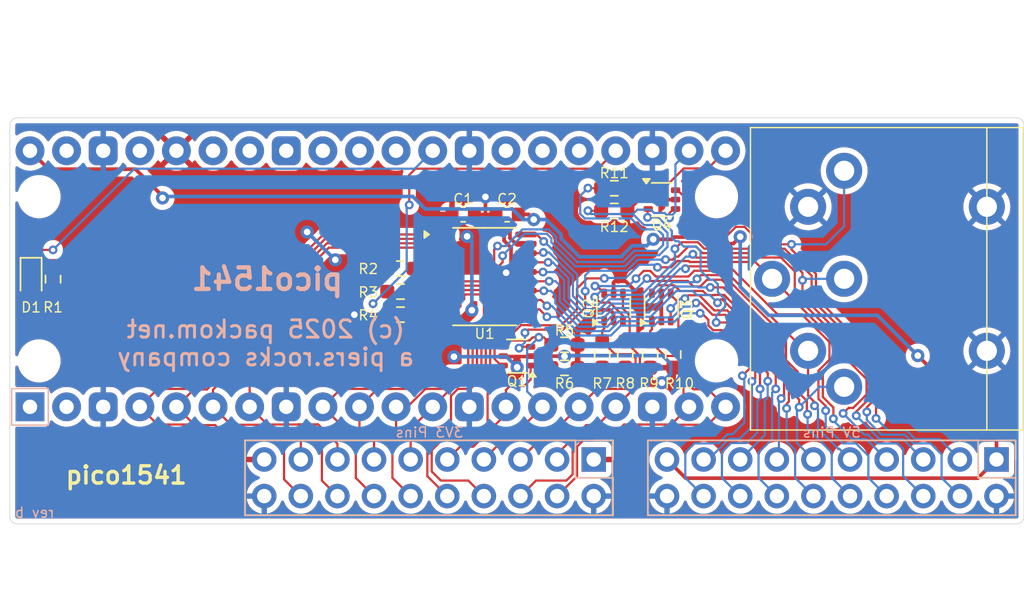
<source format=kicad_pcb>
(kicad_pcb (version 20240108) (generator "pcbnew") (generator_version "8.0")
  (layers (0 "F.Cu" signal) (31 "B.Cu" signal) (34 "B.Paste" user) (35 "F.Paste" user) (36 "B.SilkS" user "B.Silkscreen") (37 "F.SilkS" user "F.Silkscreen") (38 "B.Mask" user) (39 "F.Mask" user) (44 "Edge.Cuts" user))
  (net 0 "")
  (net 1 "GND")
  (net 2 "+3V3")
  (net 3 "+5V")
  (net 4 "Net-(D1-A)")
  (net 5 "~{REN}")
  (net 6 "DIO6")
  (net 7 "~{DATA}")
  (net 8 "DIO3")
  (net 9 "DIO4")
  (net 10 "~{DAV}")
  (net 11 "~{ATN}")
  (net 12 "DIO1")
  (net 13 "~{SRQ}")
  (net 14 "~{EOI}")
  (net 15 "DIO7")
  (net 16 "~{CLOCK}")
  (net 17 "DIO5")
  (net 18 "DIO8")
  (net 19 "~{IFC}")
  (net 20 "DIO2")
  (net 21 "D6")
  (net 22 "D7")
  (net 23 "D5")
  (net 24 "D4")
  (net 25 "D1")
  (net 26 "D2")
  (net 27 "D0")
  (net 28 "D3")
  (net 29 "OE")
  (net 30 "~{LED}")
  (net 31 "~{SRQ_3V3}")
  (net 32 "~{DAV_3V3}")
  (net 33 "~{RESET_3V3}")
  (net 34 "~{EOI_3V3}")
  (net 35 "~{CLOCK_3V3}")
  (net 36 "~{DATA_3V3}")
  (net 37 "DIO_OE")
  (net 38 "~{ATN_3V3}")
  (net 39 "~{REN_3V3}")
  (net 42 "unconnected-(U2-GP28-Pad34)")
  (net 47 "unconnected-(U2-GP26-Pad31)")
  (footprint "piers_footprints:Pico_Header" (layer "F.Cu") (at 146.939 83.312)
    (property "Reference" "U2" (hide yes))
    (property "Value" "Raspberry_Pi_Pico")
  )
  (footprint "Resistor_SMD:R_0603_1608Metric_Pad0.98x0.95mm_HandSolder" (layer "F.Cu") (at 148.5138 85.8012 180)
    (property "Reference" "R4")
    (property "Value" "DNP(10K)")
  )
  (footprint "Connector_PinHeader_2.54mm:PinHeader_2x10_P2.54mm_Vertical" (layer "F.Cu") (at 161.92 95.8596 -90)
    (property "Reference" "J6" (hide yes))
    (property "Value" "Conn_02x10_Odd_Even")
  )
  (footprint "Package_TO_SOT_SMD:SOT-363_SC-70-6" (layer "F.Cu") (at 163.2966 85.2678 90)
    (property "Reference" "Q2")
    (property "Value" "BSS138PS")
  )
  (footprint "Package_TO_SOT_SMD:SOT-363_SC-70-6" (layer "F.Cu") (at 156.591 88.6841 180)
    (property "Reference" "Q1")
    (property "Value" "BSS138PS")
  )
  (footprint "Resistor_SMD:R_0603_1608Metric_Pad0.98x0.95mm_HandSolder" (layer "F.Cu") (at 148.5138 84.201)
    (property "Reference" "R3")
    (property "Value" "0R")
  )
  (footprint "Resistor_SMD:R_0603_1608Metric_Pad0.98x0.95mm_HandSolder" (layer "F.Cu") (at 163.3474 77.0249 180)
    (property "Reference" "R11")
    (property "Value" "10K")
  )
  (footprint "Resistor_SMD:R_0603_1608Metric_Pad0.98x0.95mm_HandSolder" (layer "F.Cu") (at 165.8366 88.5698 90)
    (property "Reference" "R9")
    (property "Value" "10K")
  )
  (footprint "Resistor_SMD:R_0603_1608Metric_Pad0.98x0.95mm_HandSolder" (layer "F.Cu") (at 164.1094 88.5698 90)
    (property "Reference" "R8")
    (property "Value" "10K")
  )
  (footprint "Connector_PinHeader_2.54mm:PinHeader_2x10_P2.54mm_Vertical" (layer "F.Cu") (at 189.865 95.8596 -90)
    (property "Reference" "J5" (hide yes))
    (property "Value" "Conn_02x10_Odd_Even")
  )
  (footprint "Resistor_SMD:R_0603_1608Metric_Pad0.98x0.95mm_HandSolder" (layer "F.Cu") (at 162.5092 88.5679 90)
    (property "Reference" "R7")
    (property "Value" "10K")
  )
  (footprint "Resistor_SMD:R_0603_1608Metric_Pad0.98x0.95mm_HandSolder" (layer "F.Cu") (at 124.4092 83.3374 -90)
    (property "Reference" "R1")
    (property "Value" "470R")
  )
  (footprint "piers_retro_footprints:DIN_6_ali_express_c64_numbering" (layer "F.Cu") (at 176.795 83.312 -90)
    (property "Reference" "J4" (hide yes))
    (property "Value" "DIN-6-shielded")
  )
  (footprint "Package_TO_SOT_SMD:SOT-363_SC-70-6" (layer "F.Cu") (at 166.6494 77.8123)
    (property "Reference" "Q4")
    (property "Value" "BSS138PS")
  )
  (footprint "Capacitor_SMD:C_0603_1608Metric" (layer "F.Cu") (at 155.9129 78.8416 180)
    (property "Reference" "C2")
    (property "Value" "0.1uF")
  )
  (footprint "Resistor_SMD:R_0603_1608Metric_Pad0.98x0.95mm_HandSolder" (layer "F.Cu") (at 167.4368 88.5698 90)
    (property "Reference" "R10")
    (property "Value" "10K")
  )
  (footprint "Package_TO_SOT_SMD:SOT-363_SC-70-6" (layer "F.Cu") (at 166.6107 85.2678 90)
    (property "Reference" "Q3")
    (property "Value" "BSS138PS")
  )
  (footprint "Resistor_SMD:R_0603_1608Metric_Pad0.98x0.95mm_HandSolder" (layer "F.Cu") (at 163.3474 78.5997 180)
    (property "Reference" "R12")
    (property "Value" "10K")
  )
  (footprint "LED_SMD:LED_0603_1608Metric" (layer "F.Cu") (at 122.8852 83.3374 -90)
    (property "Reference" "D1")
    (property "Value" "LED")
  )
  (footprint "Package_SO:TSSOP-20_4.4x6.5mm_P0.65mm" (layer "F.Cu") (at 154.3558 83.1596)
    (property "Reference" "U1")
    (property "Value" "TXS0108EPW")
  )
  (footprint "Resistor_SMD:R_0603_1608Metric_Pad0.98x0.95mm_HandSolder" (layer "F.Cu") (at 148.5138 82.6008)
    (property "Reference" "R2")
    (property "Value" "DNP")
  )
  (footprint "Capacitor_SMD:C_0603_1608Metric" (layer "F.Cu") (at 152.8649 78.8416)
    (property "Reference" "C1")
    (property "Value" "0.1uF")
  )
  (footprint "Resistor_SMD:R_0603_1608Metric_Pad0.98x0.95mm_HandSolder" (layer "F.Cu") (at 159.893 87.8967 180)
    (property "Reference" "R5")
    (property "Value" "10K")
  )
  (footprint "Resistor_SMD:R_0603_1608Metric_Pad0.98x0.95mm_HandSolder" (layer "F.Cu") (at 159.893 89.4969 180)
    (property "Reference" "R6")
    (property "Value" "10K")
  )
  (gr_line (start 188.595 97.1296) (end 191.195 97.1296) (stroke (width 0.1)) (layer "B.SilkS"))
  (gr_line (start 188.595 94.5296) (end 188.595 97.1296) (stroke (width 0.1)) (layer "B.SilkS"))
  (gr_rect (start 121.539 90.932) (end 124.079 93.472) (stroke (width 0.1)) (fill none) (layer "B.SilkS"))
  (gr_poly (pts (xy 165.675 94.5296) (xy 191.195 94.5296) (xy 191.195 99.7296) (xy 165.675 99.7296)) (stroke (width 0.1)) (fill none) (layer "B.SilkS"))
  (gr_line (start 160.65 97.1296) (end 163.25 97.1296) (stroke (width 0.1)) (layer "B.SilkS"))
  (gr_line (start 160.65 94.5296) (end 160.65 97.1296) (stroke (width 0.1)) (layer "B.SilkS"))
  (gr_poly (pts (xy 163.2248 94.5296) (xy 163.2248 99.7296) (xy 137.7378 99.7296) (xy 137.7378 94.5296)) (stroke (width 0.1)) (fill none) (layer "B.SilkS"))
  (gr_arc (start 121.92 100.33) (mid 121.56079 100.18121) (end 121.412 99.822) (stroke (width 0.05)) (layer "Edge.Cuts"))
  (gr_arc (start 121.412 72.644) (mid 121.56079 72.28479) (end 121.92 72.136) (stroke (width 0.05)) (layer "Edge.Cuts"))
  (gr_arc (start 191.262 72.136) (mid 191.62121 72.28479) (end 191.77 72.644) (stroke (width 0.05)) (layer "Edge.Cuts"))
  (gr_line (start 191.77 72.644) (end 191.77 99.822) (stroke (width 0.05)) (layer "Edge.Cuts"))
  (gr_line (start 121.412 99.822) (end 121.412 72.644) (stroke (width 0.05)) (layer "Edge.Cuts"))
  (gr_arc (start 191.77 99.822) (mid 191.62121 100.18121) (end 191.262 100.33) (stroke (width 0.05)) (layer "Edge.Cuts"))
  (gr_line (start 121.92 72.136) (end 191.262 72.136) (stroke (width 0.05)) (layer "Edge.Cuts"))
  (gr_line (start 191.262 100.33) (end 121.92 100.33) (stroke (width 0.05)) (layer "Edge.Cuts"))
  (gr_text "3V3 Pins" (at 150.5204 93.98 0) (layer "B.SilkS") (effects (font (size 0.7 0.7) (thickness 0.1)) (justify mirror)))
  (gr_text "(c) 2025 packom.net\na piers.rocks company" (at 139.1666 87.7824 0) (layer "B.SilkS") (effects (font (size 1.2 1.2) (thickness 0.2) (bold yes)) (justify mirror)))
  (gr_text "rev b" (at 123.1392 99.5426 0) (layer "B.SilkS") (effects (font (size 0.7 0.7) (thickness 0.1)) (justify mirror)))
  (gr_text "pico1541" (at 139.2682 83.3374 0) (layer "B.SilkS") (effects (font (size 1.5 1.5) (thickness 0.3) (bold yes)) (justify mirror)))
  (gr_text "5V Pins" (at 178.435 93.98 0) (layer "B.SilkS") (effects (font (size 0.7 0.7) (thickness 0.1)) (justify mirror)))
  (gr_text "pico1541" (at 129.4892 96.9518 0) (layer "F.SilkS") (effects (font (size 1.2 1.2) (thickness 0.24) (bold yes))))
  (segment (start 155.702 79.4057) (end 155.1379 78.8416) (width 0.254) (layer "F.Cu") (net 1))
  (segment (start 155.702 80.6704) (end 155.702 79.4057) (width 0.254) (layer "F.Cu") (net 1))
  (segment (start 154.4066 78.8162) (end 154.432 78.8416) (width 0.254) (layer "F.Cu") (net 1))
  (segment (start 156.1846 82.55) (end 156.1846 81.153) (width 0.254) (layer "F.Cu") (net 1))
  (segment (start 156.513901 86.0846) (end 157.2514 86.0846) (width 0.254) (layer "F.Cu") (net 1))
  (segment (start 145.3134 85.8012) (end 147.6013 85.8012) (width 0.254) (layer "F.Cu") (net 1))
  (segment (start 154.432 78.8416) (end 155.1379 78.8416) (width 0.254) (layer "F.Cu") (net 1))
  (segment (start 155.843286 82.891314) (end 156.1846 82.55) (width 0.254) (layer "F.Cu") (net 1))
  (segment (start 156.1846 83.232628) (end 156.1846 85.755299) (width 0.254) (layer "F.Cu") (net 1))
  (segment (start 154.4066 77.6224) (end 154.4066 78.8162) (width 0.254) (layer "F.Cu") (net 1))
  (segment (start 153.6399 78.8416) (end 154.432 78.8416) (width 0.254) (layer "F.Cu") (net 1))
  (segment (start 156.1846 81.153) (end 155.702 80.6704) (width 0.254) (layer "F.Cu") (net 1))
  (segment (start 156.1846 85.755299) (end 156.513901 86.0846) (width 0.254) (layer "F.Cu") (net 1))
  (segment (start 155.843286 82.891314) (end 156.1846 83.232628) (width 0.254) (layer "F.Cu") (net 1))
  (via (at 145.3134 85.8012) (size 0.9144) (drill 0.4572) (layers "F.Cu" "B.Cu") (net 1))
  (via (at 154.4066 77.6224) (size 0.9144) (drill 0.4572) (layers "F.Cu" "B.Cu") (net 1))
  (via (at 155.843286 82.891314) (size 0.9144) (drill 0.4572) (layers "F.Cu" "B.Cu") (net 1))
  (segment (start 163.2966 85.8774) (end 163.2966 85.725) (width 0.254) (layer "F.Cu") (net 2))
  (segment (start 165.8366 89.5096) (end 165.8366 89.4823) (width 0.1524) (layer "F.Cu") (net 2))
  (segment (start 163.2966 85.725) (end 163.1442 85.5726) (width 0.254) (layer "F.Cu") (net 2))
  (segment (start 162.5092 89.4804) (end 162.5054 89.4804) (width 0.1524) (layer "F.Cu") (net 2))
  (segment (start 156.5656 89.416932) (end 156.5656 88.7095) (width 0.254) (layer "F.Cu") (net 2))
  (segment (start 162.1282 85.471) (end 161.7472 85.852) (width 0.254) (layer "F.Cu") (net 2))
  (segment (start 159.8803 88.6841) (end 159.893 88.6968) (width 0.254) (layer "F.Cu") (net 2))
  (segment (start 155.6664 88.7095) (end 156.5656 88.7095) (width 0.254) (layer "F.Cu") (net 2))
  (segment (start 159.9438 88.646) (end 160.8074 88.646) (width 0.254) (layer "F.Cu") (net 2))
  (segment (start 163.2966 83.566) (end 163.3474 83.5152) (width 0.254) (layer "F.Cu") (net 2))
  (segment (start 165.0473 77.8123) (end 164.2599 78.5997) (width 0.254) (layer "F.Cu") (net 2))
  (segment (start 152.6176 80.8846) (end 151.5264 80.8846) (width 0.254) (layer "F.Cu") (net 2))
  (segment (start 156.5656 88.7095) (end 157.5156 88.7095) (width 0.254) (layer "F.Cu") (net 2))
  (segment (start 155.641 88.6841) (end 155.6664 88.7095) (width 0.254) (layer "F.Cu") (net 2))
  (segment (start 153.1366 80.3656) (end 152.6176 80.8846) (width 0.254) (layer "F.Cu") (net 2))
  (segment (start 166.6494 90.5256) (end 167.4368 89.7382) (width 0.254) (layer "F.Cu") (net 2))
  (segment (start 163.9824 83.3374) (end 164.8206 84.1756) (width 0.254) (layer "F.Cu") (net 2))
  (segment (start 163.2966 86.2178) (end 163.2966 85.8774) (width 0.254) (layer "F.Cu") (net 2))
  (segment (start 163.1442 85.5726) (end 163.0426 85.471) (width 0.254) (layer "F.Cu") (net 2))
  (segment (start 167.4368 89.7382) (end 167.4368 89.4823) (width 0.254) (layer "F.Cu") (net 2))
  (segment (start 157.5156 88.7095) (end 157.541 88.6841) (width 0.254) (layer "F.Cu") (net 2))
  (segment (start 157.541 88.6841) (end 159.8803 88.6841) (width 0.254) (layer "F.Cu") (net 2))
  (segment (start 163.2966 84.3178) (end 163.2966 83.566) (width 0.254) (layer "F.Cu") (net 2))
  (segment (start 163.3474 83.5152) (end 163.5252 83.3374) (width 0.254) (layer "F.Cu") (net 2))
  (segment (start 159.893 88.6968) (end 159.9438 88.646) (width 0.254) (layer "F.Cu") (net 2))
  (segment (start 163.0426 85.471) (end 162.5854 85.471) (width 0.254) (layer "F.Cu") (net 2))
  (segment (start 159.893 88.6968) (end 159.9146 88.7184) (width 0.254) (layer "F.Cu") (net 2))
  (segment (start 162.5854 85.471) (end 162.1282 85.471) (width 0.254) (layer "F.Cu") (net 2))
  (segment (start 153.1112 79.883) (end 153.1112 80.3402) (width 0.254) (layer "F.Cu") (net 2))
  (segment (start 156.60656 89.457892) (end 156.5656 89.416932) (width 0.254) (layer "F.Cu") (net 2))
  (segment (start 152.77 80.7322) (end 153.1366 80.3656) (width 0.254) (layer "F.Cu") (net 2))
  (segment (start 163.5252 83.3374) (end 163.6268 83.3374) (width 0.254) (layer "F.Cu") (net 2))
  (segment (start 152.0899 78.8416) (end 152.0899 78.8617) (width 0.254) (layer "F.Cu") (net 2))
  (segment (start 166.6107 85.8774) (end 166.6107 84.3178) (width 0.254) (layer "F.Cu") (net 2))
  (segment (start 166.6107 86.2178) (end 166.6107 85.8774) (width 0.254) (layer "F.Cu") (net 2))
  (segment (start 152.0899 78.8617) (end 153.1112 79.883) (width 0.254) (layer "F.Cu") (net 2))
  (segment (start 167.5994 77.8123) (end 165.6994 77.8123) (width 0.254) (layer "F.Cu") (net 2))
  (segment (start 165.0473 77.8123) (end 164.2599 77.0249) (width 0.254) (layer "F.Cu") (net 2))
  (segment (start 165.6994 77.8123) (end 165.0473 77.8123) (width 0.254) (layer "F.Cu") (net 2))
  (segment (start 153.1112 80.3402) (end 153.1366 80.3656) (width 0.254) (layer "F.Cu") (net 2))
  (segment (start 163.6268 83.3374) (end 163.9824 83.3374) (width 0.254) (layer "F.Cu") (net 2))
  (via (at 166.6494 90.5256) (size 0.9144) (drill 0.4572) (layers "F.Cu" "B.Cu") (net 2))
  (via (at 153.4668 85.4964) (size 0.9144) (drill 0.4572) (layers "F.Cu" "B.Cu") (net 2))
  (via (at 143.9926 81.9912) (size 0.9144) (drill 0.4572) (layers "F.Cu" "B.Cu") (net 2))
  (via (at 153.1366 80.3656) (size 0.9144) (drill 0.4572) (layers "F.Cu" "B.Cu") (net 2))
  (via (at 142.0368 80.0608) (size 0.9144) (drill 0.4572) (layers "F.Cu" "B.Cu") (net 2))
  (via (at 152.2222 88.7222) (size 0.9144) (drill 0.4572) (layers "F.Cu" "B.Cu") (net 2))
  (via (at 159.893 88.6968) (size 0.9144) (drill 0.4572) (layers "F.Cu" "B.Cu") (net 2))
  (via (at 156.60656 89.457892) (size 0.9144) (drill 0.4572) (layers "F.Cu" "B.Cu") (net 2))
  (segment (start 153.4668 80.6958) (end 153.4668 85.4964) (width 0.254) (layer "B.Cu") (net 2))
  (segment (start 153.1366 80.3656) (end 153.4668 80.6958) (width 0.254) (layer "B.Cu") (net 2))
  (segment (start 142.0368 80.0608) (end 143.9672 81.9912) (width 0.254) (layer "B.Cu") (net 2))
  (segment (start 167.259 89.2048) (end 166.7002 88.646) (width 0.254) (layer "B.Cu") (net 2))
  (segment (start 143.9672 81.9912) (end 143.9926 81.9912) (width 0.254) (layer "B.Cu") (net 2))
  (segment (start 159.893 88.6968) (end 159.8803 88.7095) (width 0.254) (layer "B.Cu") (net 2))
  (segment (start 155.870868 88.7222) (end 152.2222 88.7222) (width 0.254) (layer "B.Cu") (net 2))
  (segment (start 159.9438 88.646) (end 159.893 88.6968) (width 0.254) (layer "B.Cu") (net 2))
  (segment (start 166.7002 88.646) (end 159.9438 88.646) (width 0.254) (layer "B.Cu") (net 2))
  (segment (start 156.60656 89.457892) (end 155.870868 88.7222) (width 0.254) (layer "B.Cu") (net 2))
  (segment (start 167.259 89.916) (end 167.259 89.2048) (width 0.254) (layer "B.Cu") (net 2))
  (segment (start 152.2349 88.7095) (end 152.2222 88.7222) (width 0.254) (layer "B.Cu") (net 2))
  (segment (start 166.6494 90.5256) (end 167.259 89.916) (width 0.254) (layer "B.Cu") (net 2))
  (segment (start 169.293937 80.4164) (end 167.4876 80.4164) (width 0.254) (layer "F.Cu") (net 3))
  (segment (start 132.0038 77.6986) (end 132.0038 77.5716) (width 0.254) (layer "F.Cu") (net 3))
  (segment (start 189.865 94.107) (end 184.404 88.646) (width 0.254) (layer "F.Cu") (net 3))
  (segment (start 167.3352 80.5688) (end 167.4876 80.4164) (width 0.254) (layer "F.Cu") (net 3))
  (segment (start 166.047905 80.5688) (end 167.3352 80.5688) (width 0.254) (layer "F.Cu") (net 3))
  (segment (start 157.4038 78.8416) (end 156.6879 78.8416) (width 0.254) (layer "F.Cu") (net 3))
  (segment (start 156.7133 78.867) (end 156.6879 78.8416) (width 0.254) (layer "F.Cu") (net 3))
  (segment (start 189.865 95.8596) (end 188.5696 97.155) (width 0.254) (layer "F.Cu") (net 3))
  (segment (start 188.5696 97.155) (end 168.3004 97.155) (width 0.254) (layer "F.Cu") (net 3))
  (segment (start 156.1084 80.479099) (end 156.1084 79.4211) (width 0.254) (layer "F.Cu") (net 3))
  (segment (start 157.7594 79.1972) (end 157.4038 78.8416) (width 0.254) (layer "F.Cu") (net 3))
  (segment (start 132.0038 77.5716) (end 130.1336 75.7014) (width 0.254) (layer "F.Cu") (net 3))
  (segment (start 169.745737 80.8682) (end 169.293937 80.4164) (width 0.254) (layer "F.Cu") (net 3))
  (segment (start 171.6078 80.8682) (end 169.745737 80.8682) (width 0.254) (layer "F.Cu") (net 3))
  (segment (start 130.1336 75.7014) (end 124.1024 75.7014) (width 0.254) (layer "F.Cu") (net 3))
  (segment (start 168.3004 97.155) (end 167.005 95.8596) (width 0.254) (layer "F.Cu") (net 3))
  (segment (start 172.085 80.391) (end 171.6078 80.8682) (width 0.254) (layer "F.Cu") (net 3))
  (segment (start 156.513901 80.8846) (end 156.1084 80.479099) (width 0.254) (layer "F.Cu") (net 3))
  (segment (start 156.1084 79.4211) (end 156.6879 78.8416) (width 0.254) (layer "F.Cu") (net 3))
  (segment (start 124.1024 75.7014) (end 122.816 74.415) (width 0.254) (layer "F.Cu") (net 3))
  (segment (start 157.7594 79.1972) (end 157.7594 78.9686) (width 0.254) (layer "F.Cu") (net 3))
  (segment (start 189.865 95.8596) (end 189.865 94.107) (width 0.254) (layer "F.Cu") (net 3))
  (segment (start 157.2514 80.8846) (end 156.513901 80.8846) (width 0.254) (layer "F.Cu") (net 3))
  (via (at 184.404 88.646) (size 0.9144) (drill 0.4572) (layers "F.Cu" "B.Cu") (net 3))
  (via (at 172.085 80.391) (size 0.9144) (drill 0.4572) (layers "F.Cu" "B.Cu") (net 3))
  (via (at 132.0038 77.6986) (size 0.9144) (drill 0.4572) (layers "F.Cu" "B.Cu") (net 3))
  (via (at 157.7594 79.1972) (size 0.9144) (drill 0.4572) (layers "F.Cu" "B.Cu") (net 3))
  (via (at 166.047905 80.5688) (size 0.9144) (drill 0.4572) (layers "F.Cu" "B.Cu") (net 3))
  (segment (start 181.61 85.852) (end 184.404 88.646) (width 0.254) (layer "B.Cu") (net 3))
  (segment (start 159.6644 80.244412) (end 159.6644 80.518) (width 0.254) (layer "B.Cu") (net 3))
  (segment (start 149.365384 77.597) (end 132.1054 77.597) (width 0.254) (layer "B.Cu") (net 3))
  (segment (start 132.1054 77.597) (end 132.0038 77.6986) (width 0.254) (layer "B.Cu") (net 3))
  (segment (start 172.085 80.391) (end 172.085 83.8708) (width 0.254) (layer "B.Cu") (net 3))
  (segment (start 150.228984 78.4606) (end 149.365384 77.597) (width 0.254) (layer "B.Cu") (net 3))
  (segment (start 160.932118 81.785718) (end 163.815545 81.785718) (width 0.254) (layer "B.Cu") (net 3))
  (segment (start 157.006286 79.1972) (end 156.269686 78.4606) (width 0.254) (layer "B.Cu") (net 3))
  (segment (start 156.269686 78.4606) (end 150.228984 78.4606) (width 0.254) (layer "B.Cu") (net 3))
  (segment (start 164.586306 81.014957) (end 165.601748 81.014957) (width 0.254) (layer "B.Cu") (net 3))
  (segment (start 163.815545 81.785718) (end 164.586306 81.014957) (width 0.254) (layer "B.Cu") (net 3))
  (segment (start 159.6644 80.518) (end 160.932118 81.785718) (width 0.254) (layer "B.Cu") (net 3))
  (segment (start 165.601748 81.014957) (end 166.047905 80.5688) (width 0.254) (layer "B.Cu") (net 3))
  (segment (start 172.085 83.8708) (end 174.0662 85.852) (width 0.254) (layer "B.Cu") (net 3))
  (segment (start 174.0662 85.852) (end 181.61 85.852) (width 0.254) (layer "B.Cu") (net 3))
  (segment (start 157.7594 79.1972) (end 158.617188 79.1972) (width 0.254) (layer "B.Cu") (net 3))
  (segment (start 158.617188 79.1972) (end 159.6644 80.244412) (width 0.254) (layer "B.Cu") (net 3))
  (segment (start 157.7594 79.1972) (end 157.006286 79.1972) (width 0.254) (layer "B.Cu") (net 3))
  (segment (start 122.8852 84.1249) (end 124.2842 84.1249) (width 0.1524) (layer "F.Cu") (net 4))
  (segment (start 171.153886 86.344782) (end 173.1264 88.317296) (width 0.1524) (layer "F.Cu") (net 5))
  (segment (start 173.1264 88.317296) (end 173.1264 90.205841) (width 0.1524) (layer "F.Cu") (net 5))
  (segment (start 170.421408 86.344782) (end 171.153886 86.344782) (width 0.1524) (layer "F.Cu") (net 5))
  (segment (start 173.1264 90.205841) (end 172.8978 90.434441) (width 0.1524) (layer "F.Cu") (net 5))
  (segment (start 165.6588 78.5029) (end 165.6994 78.4623) (width 0.1524) (layer "F.Cu") (net 5))
  (segment (start 165.6588 79.0448) (end 165.6588 78.5029) (width 0.1524) (layer "F.Cu") (net 5))
  (via (at 165.6588 79.0448) (size 0.6096) (drill 0.3048) (layers "F.Cu" "B.Cu") (net 5))
  (via (at 172.8978 90.434441) (size 0.6096) (drill 0.3048) (layers "F.Cu" "B.Cu") (net 5))
  (via (at 170.421408 86.344782) (size 0.6096) (drill 0.3048) (layers "F.Cu" "B.Cu") (net 5))
  (segment (start 172.8978 90.434441) (end 172.8978 93.5736) (width 0.1524) (layer "B.Cu") (net 5))
  (segment (start 167.343305 79.993453) (end 167.343305 80.449905) (width 0.1524) (layer "B.Cu") (net 5))
  (segment (start 172.8978 93.5736) (end 172.058478 94.412922) (width 0.1524) (layer "B.Cu") (net 5))
  (segment (start 169.8752 83.2612) (end 169.991212 83.377212) (width 0.1524) (layer "B.Cu") (net 5))
  (segment (start 170.5356 84.24424) (end 171.0436 84.75224) (width 0.1524) (layer "B.Cu") (net 5))
  (segment (start 165.6588 79.0448) (end 166.394652 79.0448) (width 0.1524) (layer "B.Cu") (net 5))
  (segment (start 170.421408 85.864592) (end 170.421408 86.344782) (width 0.1524) (layer "B.Cu") (net 5))
  (segment (start 170.5356 83.68967) (end 170.5356 84.24424) (width 0.1524) (layer "B.Cu") (net 5))
  (segment (start 169.332849 82.744249) (end 169.8498 83.2612) (width 0.1524) (layer "B.Cu") (net 5))
  (segment (start 169.878192 95.8596) (end 169.545 95.8596) (width 0.1524) (layer "B.Cu") (net 5))
  (segment (start 167.796443 80.699843) (end 168.1734 81.0768) (width 0.1524) (layer "B.Cu") (net 5))
  (segment (start 172.058478 94.412922) (end 171.32487 94.412922) (width 0.1524) (layer "B.Cu") (net 5))
  (segment (start 169.020391 81.0768) (end 169.332849 81.389258) (width 0.1524) (layer "B.Cu") (net 5))
  (segment (start 169.332849 81.389258) (end 169.332849 82.744249) (width 0.1524) (layer "B.Cu") (net 5))
  (segment (start 170.223142 83.377212) (end 170.5356 83.68967) (width 0.1524) (layer "B.Cu") (net 5))
  (segment (start 168.1734 81.0768) (end 169.020391 81.0768) (width 0.1524) (layer "B.Cu") (net 5))
  (segment (start 171.32487 94.412922) (end 169.878192 95.8596) (width 0.1524) (layer "B.Cu") (net 5))
  (segment (start 166.394652 79.0448) (end 167.343305 79.993453) (width 0.1524) (layer "B.Cu") (net 5))
  (segment (start 171.0436 85.2424) (end 170.421408 85.864592) (width 0.1524) (layer "B.Cu") (net 5))
  (segment (start 169.991212 83.377212) (end 170.223142 83.377212) (width 0.1524) (layer "B.Cu") (net 5))
  (segment (start 169.8498 83.2612) (end 169.8752 83.2612) (width 0.1524) (layer "B.Cu") (net 5))
  (segment (start 167.343305 80.449905) (end 167.593243 80.699843) (width 0.1524) (layer "B.Cu") (net 5))
  (segment (start 171.0436 84.75224) (end 171.0436 85.2424) (width 0.1524) (layer "B.Cu") (net 5))
  (segment (start 167.593243 80.699843) (end 167.796443 80.699843) (width 0.1524) (layer "B.Cu") (net 5))
  (segment (start 158.458482 84.146026) (end 157.262826 84.146026) (width 0.1524) (layer "F.Cu") (net 6))
  (segment (start 170.5102 84.973182) (end 170.7388 84.744582) (width 0.1524) (layer "F.Cu") (net 6))
  (segment (start 174.5488 89.9668) (end 174.5488 90.9574) (width 0.1524) (layer "F.Cu") (net 6))
  (segment (start 157.262826 84.146026) (end 157.2514 84.1346) (width 0.1524) (layer "F.Cu") (net 6))
  (segment (start 170.846842 84.744582) (end 174.0408 87.93854) (width 0.1524) (layer "F.Cu") (net 6))
  (segment (start 170.7388 84.744582) (end 170.846842 84.744582) (width 0.1524) (layer "F.Cu") (net 6))
  (segment (start 174.0408 89.4588) (end 174.5488 89.9668) (width 0.1524) (layer "F.Cu") (net 6))
  (segment (start 174.0408 87.93854) (end 174.0408 89.4588) (width 0.1524) (layer "F.Cu") (net 6))
  (via (at 170.5102 84.973182) (size 0.6096) (drill 0.3048) (layers "F.Cu" "B.Cu") (net 6))
  (via (at 158.458482 84.146026) (size 0.6096) (drill 0.3048) (layers "F.Cu" "B.Cu") (net 6))
  (via (at 174.5488 90.9574) (size 0.6096) (drill 0.3048) (layers "F.Cu" "B.Cu") (net 6))
  (segment (start 158.949026 84.146026) (end 159.258 84.455) (width 0.1524) (layer "B.Cu") (net 6))
  (segment (start 163.549142 85.951318) (end 165.864282 85.951318) (width 0.1524) (layer "B.Cu") (net 6))
  (segment (start 159.258 84.455) (end 159.258 85.01006) (width 0.1524) (layer "B.Cu") (net 6))
  (segment (start 174.5488 90.9574) (end 174.300242 91.205958) (width 0.1524) (layer "B.Cu") (net 6))
  (segment (start 174.300242 91.205958) (end 174.300242 94.431758) (width 0.1524) (layer "B.Cu") (net 6))
  (segment (start 158.458482 84.146026) (end 158.949026 84.146026) (width 0.1524) (layer "B.Cu") (net 6))
  (segment (start 168.783 84.153195) (end 169.073817 84.444012) (width 0.1524) (layer "B.Cu") (net 6))
  (segment (start 160.88734 86.6394) (end 162.86106 86.6394) (width 0.1524) (layer "B.Cu") (net 6))
  (segment (start 169.073817 84.444012) (end 169.98103 84.444012) (width 0.1524) (layer "B.Cu") (net 6))
  (segment (start 162.86106 86.6394) (end 163.549142 85.951318) (width 0.1524) (layer "B.Cu") (net 6))
  (segment (start 170.5102 84.973182) (end 170.284324 84.973182) (width 0.1524) (layer "B.Cu") (net 6))
  (segment (start 169.98103 84.444012) (end 170.5102 84.973182) (width 0.1524) (layer "B.Cu") (net 6))
  (segment (start 159.258 85.01006) (end 160.88734 86.6394) (width 0.1524) (layer "B.Cu") (net 6))
  (segment (start 173.355 95.377) (end 173.355 97.1296) (width 0.1524) (layer "B.Cu") (net 6))
  (segment (start 174.300242 94.431758) (end 173.355 95.377) (width 0.1524) (layer "B.Cu") (net 6))
  (segment (start 173.355 97.1296) (end 174.625 98.3996) (width 0.1524) (layer "B.Cu") (net 6))
  (segment (start 165.864282 85.951318) (end 167.662405 84.153195) (width 0.1524) (layer "B.Cu") (net 6))
  (segment (start 167.662405 84.153195) (end 168.783 84.153195) (width 0.1524) (layer "B.Cu") (net 6))
  (segment (start 174.9552 89.080044) (end 175.768 89.892844) (width 0.1524) (layer "F.Cu") (net 7))
  (segment (start 165.7858 83.4644) (end 166.218348 83.4644) (width 0.1524) (layer "F.Cu") (net 7))
  (segment (start 165.613699 83.292299) (end 165.7858 83.4644) (width 0.1524) (layer "F.Cu") (net 7))
  (segment (start 176.1744 91.694) (end 176.1744 92.2274) (width 0.1524) (layer "F.Cu") (net 7))
  (segment (start 162.373623 84.963) (end 162.8394 84.963) (width 0.1524) (layer "F.Cu") (net 7))
  (segment (start 168.4478 83.4594) (end 168.836795 83.848395) (width 0.1524) (layer "F.Cu") (net 7))
  (segment (start 169.781273 83.377212) (end 170.803264 83.377212) (width 0.1524) (layer "F.Cu") (net 7))
  (segment (start 163.9466 86.2178) (end 163.9466 85.872106) (width 0.1524) (layer "F.Cu") (net 7))
  (segment (start 161.990194 84.579571) (end 162.373623 84.963) (width 0.1524) (layer "F.Cu") (net 7))
  (segment (start 174.6504 87.224348) (end 174.6504 87.247504) (width 0.1524) (layer "F.Cu") (net 7))
  (segment (start 162.8394 84.963) (end 163.037494 84.963) (width 0.1524) (layer "F.Cu") (net 7))
  (segment (start 174.9552 87.552304) (end 174.9552 89.080044) (width 0.1524) (layer "F.Cu") (net 7))
  (segment (start 170.803264 83.377212) (end 174.6504 87.224348) (width 0.1524) (layer "F.Cu") (net 7))
  (segment (start 163.9466 85.872106) (end 163.037494 84.963) (width 0.1524) (layer "F.Cu") (net 7))
  (segment (start 175.768 91.2876) (end 176.1744 91.694) (width 0.1524) (layer "F.Cu") (net 7))
  (segment (start 168.836795 83.848395) (end 169.31009 83.848395) (width 0.1524) (layer "F.Cu") (net 7))
  (segment (start 175.768 89.892844) (end 175.768 91.2876) (width 0.1524) (layer "F.Cu") (net 7))
  (segment (start 166.218348 83.4644) (end 166.223348 83.4594) (width 0.1524) (layer "F.Cu") (net 7))
  (segment (start 174.6504 87.247504) (end 174.9552 87.552304) (width 0.1524) (layer "F.Cu") (net 7))
  (segment (start 166.223348 83.4594) (end 168.4478 83.4594) (width 0.1524) (layer "F.Cu") (net 7))
  (segment (start 169.31009 83.848395) (end 169.781273 83.377212) (width 0.1524) (layer "F.Cu") (net 7))
  (via (at 176.1744 92.2274) (size 0.6096) (drill 0.3048) (layers "F.Cu" "B.Cu") (net 7))
  (via (at 161.990194 84.579571) (size 0.6096) (drill 0.3048) (layers "F.Cu" "B.Cu") (net 7))
  (via (at 165.613699 83.292299) (size 0.6096) (drill 0.3048) (layers "F.Cu" "B.Cu") (net 7))
  (segment (start 176.1744 92.2274) (end 176.022 92.3798) (width 0.1524) (layer "B.Cu") (net 7))
  (segment (start 164.78348 84.122518) (end 162.454807 84.122518) (width 0.1524) (layer "B.Cu") (net 7))
  (segment (start 162.454807 84.122518) (end 162.226207 84.351118) (width 0.1524) (layer "B.Cu") (net 7))
  (segment (start 176.022 94.7166) (end 177.165 95.8596) (width 0.1524) (layer "B.Cu") (net 7))
  (segment (start 176.1744 92.2274) (end 177.5898 90.812) (width 0.1524) (layer "B.Cu") (net 7))
  (segment (start 176.022 92.3798) (end 176.022 94.7166) (width 0.1524) (layer "B.Cu") (net 7))
  (segment (start 179.295 90.812) (end 179.458 90.812) (width 0.1524) (layer "B.Cu") (net 7))
  (segment (start 177.5898 90.812) (end 179.295 90.812) (width 0.1524) (layer "B.Cu") (net 7))
  (segment (start 165.613699 83.292299) (end 164.78348 84.122518) (width 0.1524) (layer "B.Cu") (net 7))
  (segment (start 162.226207 84.351118) (end 162.218647 84.351118) (width 0.1524) (layer "B.Cu") (net 7))
  (segment (start 162.218647 84.351118) (end 161.990194 84.579571) (width 0.1524) (layer "B.Cu") (net 7))
  (segment (start 177.511202 89.696798) (end 178.2736 88.9344) (width 0.1524) (layer "F.Cu") (net 8))
  (segment (start 158.758069 82.169766) (end 157.266234 82.169766) (width 0.1524) (layer "F.Cu") (net 8))
  (segment (start 174.667743 85.7758) (end 171.340343 82.4484) (width 0.1524) (layer "F.Cu") (net 8))
  (segment (start 176.349857 85.7758) (end 174.667743 85.7758) (width 0.1524) (layer "F.Cu") (net 8))
  (segment (start 178.014259 92.470341) (end 178.014259 92.14705) (width 0.1524) (layer "F.Cu") (net 8))
  (segment (start 171.340343 82.4484) (end 168.447059 82.4484) (width 0.1524) (layer "F.Cu") (net 8))
  (segment (start 178.014259 92.14705) (end 177.511202 91.643993) (width 0.1524) (layer "F.Cu") (net 8))
  (segment (start 168.447059 82.4484) (end 168.284829 82.61063) (width 0.1524) (layer "F.Cu") (net 8))
  (segment (start 178.2736 88.9344) (end 178.2736 87.699543) (width 0.1524) (layer "F.Cu") (net 8))
  (segment (start 178.2736 87.699543) (end 176.349857 85.7758) (width 0.1524) (layer "F.Cu") (net 8))
  (segment (start 157.266234 82.169766) (end 157.2514 82.1846) (width 0.1524) (layer "F.Cu") (net 8))
  (segment (start 177.511202 91.643993) (end 177.511202 89.696798) (width 0.1524) (layer "F.Cu") (net 8))
  (via (at 168.284829 82.61063) (size 0.6096) (drill 0.3048) (layers "F.Cu" "B.Cu") (net 8))
  (via (at 158.758069 82.169766) (size 0.6096) (drill 0.3048) (layers "F.Cu" "B.Cu") (net 8))
  (via (at 178.014259 92.470341) (size 0.6096) (drill 0.3048) (layers "F.Cu" "B.Cu") (net 8))
  (segment (start 159.081359 82.169766) (end 159.804297 82.892704) (width 0.1524) (layer "B.Cu") (net 8))
  (segment (start 178.014259 92.470341) (end 178.014259 93.559259) (width 0.1524) (layer "B.Cu") (net 8))
  (segment (start 180.112771 94.742) (end 180.975 95.604229) (width 0.1524) (layer "B.Cu") (net 8))
  (segment (start 158.758069 82.169766) (end 159.081359 82.169766) (width 0.1524) (layer "B.Cu") (net 8))
  (segment (start 159.804297 82.892704) (end 160.1724 83.260807) (width 0.1524) (layer "B.Cu") (net 8))
  (segment (start 180.975 95.604229) (end 180.975 97.1296) (width 0.1524) (layer "B.Cu") (net 8))
  (segment (start 158.758069 82.22495) (end 158.758069 82.169766) (width 0.1524) (layer "B.Cu") (net 8))
  (segment (start 160.604948 85.063852) (end 161.266096 85.725) (width 0.1524) (layer "B.Cu") (net 8))
  (segment (start 163.170386 85.036918) (end 165.485526 85.036918) (width 0.1524) (layer "B.Cu") (net 8))
  (segment (start 160.1724 84.631304) (end 161.266096 85.725) (width 0.1524) (layer "B.Cu") (net 8))
  (segment (start 180.975 97.1296) (end 182.245 98.3996) (width 0.1524) (layer "B.Cu") (net 8))
  (segment (start 162.482304 85.725) (end 163.170386 85.036918) (width 0.1524) (layer "B.Cu") (net 8))
  (segment (start 161.266096 85.725) (end 162.482304 85.725) (width 0.1524) (layer "B.Cu") (net 8))
  (segment (start 167.911814 82.61063) (end 168.284829 82.61063) (width 0.1524) (layer "B.Cu") (net 8))
  (segment (start 165.485526 85.036918) (end 167.911814 82.61063) (width 0.1524) (layer "B.Cu") (net 8))
  (segment (start 160.1724 84.074) (end 160.1724 84.631304) (width 0.1524) (layer "B.Cu") (net 8))
  (segment (start 160.604948 85.063852) (end 160.187338 84.646242) (width 0.1524) (layer "B.Cu") (net 8))
  (segment (start 160.1724 83.260807) (end 160.1724 84.074) (width 0.1524) (layer "B.Cu") (net 8))
  (segment (start 178.014259 93.559259) (end 179.197 94.742) (width 0.1524) (layer "B.Cu") (net 8))
  (segment (start 179.197 94.742) (end 180.112771 94.742) (width 0.1524) (layer "B.Cu") (net 8))
  (segment (start 176.0728 91.151219) (end 176.0728 89.766592) (width 0.1524) (layer "F.Cu") (net 9))
  (segment (start 176.7078 92.667374) (end 176.7078 91.786219) (width 0.1524) (layer "F.Cu") (net 9))
  (segment (start 169.346143 83.058) (end 169.089148 83.314995) (width 0.1524) (layer "F.Cu") (net 9))
  (segment (start 174.9552 87.098096) (end 170.915104 83.058) (width 0.1524) (layer "F.Cu") (net 9))
  (segment (start 175.26 88.953792) (end 175.26 87.426052) (width 0.1524) (layer "F.Cu") (net 9))
  (segment (start 158.404128 82.844579) (end 157.261379 82.844579) (width 0.1524) (layer "F.Cu") (net 9))
  (segment (start 157.261379 82.844579) (end 157.2514 82.8346) (width 0.1524) (layer "F.Cu") (net 9))
  (segment (start 176.7078 91.786219) (end 176.0728 91.151219) (width 0.1524) (layer "F.Cu") (net 9))
  (segment (start 176.757901 92.717475) (end 176.7078 92.667374) (width 0.1524) (layer "F.Cu") (net 9))
  (segment (start 170.915104 83.058) (end 169.346143 83.058) (width 0.1524) (layer "F.Cu") (net 9))
  (segment (start 174.9552 87.121252) (end 174.9552 87.098096) (width 0.1524) (layer "F.Cu") (net 9))
  (segment (start 175.26 87.426052) (end 174.9552 87.121252) (width 0.1524) (layer "F.Cu") (net 9))
  (segment (start 176.0728 89.766592) (end 175.26 88.953792) (width 0.1524) (layer "F.Cu") (net 9))
  (via (at 158.404128 82.844579) (size 0.6096) (drill 0.3048) (layers "F.Cu" "B.Cu") (net 9))
  (via (at 169.089148 83.314995) (size 0.6096) (drill 0.3048) (layers "F.Cu" "B.Cu") (net 9))
  (via (at 176.757901 92.717475) (size 0.6096) (drill 0.3048) (layers "F.Cu" "B.Cu") (net 9))
  (segment (start 159.8676 83.387059) (end 159.8676 84.757556) (width 0.1524) (layer "B.Cu") (net 9))
  (segment (start 176.757901 93.699901) (end 178.435 95.377) (width 0.1524) (layer "B.Cu") (net 9))
  (segment (start 159.8676 84.757556) (end 161.139844 86.0298) (width 0.1524) (layer "B.Cu") (net 9))
  (segment (start 158.404128 82.844579) (end 159.32512 82.844579) (width 0.1524) (layer "B.Cu") (net 9))
  (segment (start 167.409901 83.543595) (end 168.860548 83.543595) (width 0.1524) (layer "B.Cu") (net 9))
  (segment (start 178.435 97.1296) (end 179.705 98.3996) (width 0.1524) (layer "B.Cu") (net 9))
  (segment (start 168.860548 83.543595) (end 169.089148 83.314995) (width 0.1524) (layer "B.Cu") (net 9))
  (segment (start 161.139844 86.0298) (end 162.608556 86.0298) (width 0.1524) (layer "B.Cu") (net 9))
  (segment (start 165.611778 85.341718) (end 167.409901 83.543595) (width 0.1524) (layer "B.Cu") (net 9))
  (segment (start 163.296638 85.341718) (end 165.611778 85.341718) (width 0.1524) (layer "B.Cu") (net 9))
  (segment (start 176.757901 92.717475) (end 176.757901 93.699901) (width 0.1524) (layer "B.Cu") (net 9))
  (segment (start 178.435 95.377) (end 178.435 97.1296) (width 0.1524) (layer "B.Cu") (net 9))
  (segment (start 162.608556 86.0298) (end 163.296638 85.341718) (width 0.1524) (layer "B.Cu") (net 9))
  (segment (start 159.32512 82.844579) (end 159.8676 83.387059) (width 0.1524) (layer "B.Cu") (net 9))
  (segment (start 173.736 88.064792) (end 173.736 89.591346) (width 0.1524) (layer "F.Cu") (net 10))
  (segment (start 169.243195 84.457995) (end 169.6974 84.9122) (width 0.1524) (layer "F.Cu") (net 10))
  (segment (start 173.995442 89.850788) (end 173.995442 90.417012) (width 0.1524) (layer "F.Cu") (net 10))
  (segment (start 169.6974 84.914724) (end 170.289258 85.506582) (width 0.1524) (layer "F.Cu") (net 10))
  (segment (start 167.259 86.2161) (end 167.2607 86.2178) (width 0.1524) (layer "F.Cu") (net 10))
  (segment (start 167.259 85.3694) (end 167.259 86.2161) (width 0.1524) (layer "F.Cu") (net 10))
  (segment (start 173.736 89.591346) (end 173.995442 89.850788) (width 0.1524) (layer "F.Cu") (net 10))
  (segment (start 171.17779 85.506582) (end 173.736 88.064792) (width 0.1524) (layer "F.Cu") (net 10))
  (segment (start 169.6974 84.9122) (end 169.6974 84.914724) (width 0.1524) (layer "F.Cu") (net 10))
  (segment (start 168.244936 84.686594) (end 168.473535 84.457995) (width 0.1524) (layer "F.Cu") (net 10))
  (segment (start 168.473535 84.457995) (end 169.243195 84.457995) (width 0.1524) (layer "F.Cu") (net 10))
  (segment (start 170.289258 85.506582) (end 171.17779 85.506582) (width 0.1524) (layer "F.Cu") (net 10))
  (via (at 168.244936 84.686594) (size 0.6096) (drill 0.3048) (layers "F.Cu" "B.Cu") (net 10))
  (via (at 173.995442 90.417012) (size 0.6096) (drill 0.3048) (layers "F.Cu" "B.Cu") (net 10))
  (via (at 167.259 85.3694) (size 0.6096) (drill 0.3048) (layers "F.Cu" "B.Cu") (net 10))
  (segment (start 173.995442 90.417012) (end 173.833798 90.578656) (width 0.1524) (layer "B.Cu") (net 10))
  (segment (start 173.7868 94.1578) (end 172.085 95.8596) (width 0.1524) (layer "B.Cu") (net 10))
  (segment (start 173.988412 91.54244) (end 173.7868 91.744052) (width 0.1524) (layer "B.Cu") (net 10))
  (segment (start 167.941806 84.686594) (end 167.259 85.3694) (width 0.1524) (layer "B.Cu") (net 10))
  (segment (start 173.988412 90.73327) (end 173.988412 91.54244) (width 0.1524) (layer "B.Cu") (net 10))
  (segment (start 173.7868 91.744052) (end 173.7868 94.1578) (width 0.1524) (layer "B.Cu") (net 10))
  (segment (start 173.833798 90.578656) (end 173.988412 90.73327) (width 0.1524) (layer "B.Cu") (net 10))
  (segment (start 168.244936 84.686594) (end 167.941806 84.686594) (width 0.1524) (layer "B.Cu") (net 10))
  (segment (start 169.472191 81.5286) (end 175.033709 81.5286) (width 0.1524) (layer "F.Cu") (net 11))
  (segment (start 161.326182 85.307818) (end 159.7914 86.8426) (width 0.1524) (layer "F.Cu") (net 11))
  (segment (start 181.1528 90.147691) (end 179.197 88.191891) (width 0.1524) (layer "F.Cu") (net 11))
  (segment (start 167.392051 81.980157) (end 167.599778 81.77243) (width 0.1524) (layer "F.Cu") (net 11))
  (segment (start 176.403 82.897891) (end 176.403 83.4136) (width 0.1524) (layer "F.Cu") (net 11))
  (segment (start 157.541 88.0341) (end 156.8346 88.0341) (width 0.1524) (layer "F.Cu") (net 11))
  (segment (start 176.403 84.535787) (end 176.403 83.4136) (width 0.1524) (layer "F.Cu") (net 11))
  (segment (start 166.906306 81.980157) (end 167.392051 81.980157) (width 0.1524) (layer "F.Cu") (net 11))
  (segment (start 175.033709 81.5286) (end 176.403 82.897891) (width 0.1524) (layer "F.Cu") (net 11))
  (segment (start 179.197 88.191891) (end 179.197 87.329787) (width 0.1524) (layer "F.Cu") (net 11))
  (segment (start 157.365896 86.8426) (end 157.149995 87.058501) (width 0.1524) (layer "F.Cu") (net 11))
  (segment (start 180.134971 92.534029) (end 181.1528 91.5162) (width 0.1524) (layer "F.Cu") (net 11))
  (segment (start 161.330338 84.171444) (end 161.326182 84.1756) (width 0.1524) (layer "F.Cu") (net 11))
  (segment (start 168.478199 81.076801) (end 169.020392 81.076801) (width 0.1524) (layer "F.Cu") (net 11))
  (segment (start 179.197 87.329787) (end 176.403 84.535787) (width 0.1524) (layer "F.Cu") (net 11))
  (segment (start 159.7914 86.8426) (end 157.365896 86.8426) (width 0.1524) (layer "F.Cu") (net 11))
  (segment (start 167.7924 81.77243) (end 167.7924 81.7626) (width 0.1524) (layer "F.Cu") (net 11))
  (segment (start 181.1528 91.5162) (end 181.1528 90.147691) (width 0.1524) (layer "F.Cu") (net 11))
  (segment (start 180.134971 92.817428) (end 180.134971 92.534029) (width 0.1524) (layer "F.Cu") (net 11))
  (segment (start 161.326182 84.1756) (end 161.326182 85.307818) (width 0.1524) (layer "F.Cu") (net 11))
  (segment (start 169.020392 81.076801) (end 169.472191 81.5286) (width 0.1524) (layer "F.Cu") (net 11))
  (segment (start 156.8346 88.0341) (end 156.7434 88.1253) (width 0.1524) (layer "F.Cu") (net 11))
  (segment (start 167.599778 81.77243) (end 167.7924 81.77243) (width 0.1524) (layer "F.Cu") (net 11))
  (segment (start 167.7924 81.7626) (end 168.478199 81.076801) (width 0.1524) (layer "F.Cu") (net 11))
  (via (at 176.403 83.4136) (size 0.6096) (drill 0.3048) (layers "F.Cu" "B.Cu") (net 11))
  (via (at 161.330338 84.171444) (size 0.6096) (drill 0.3048) (layers "F.Cu" "B.Cu") (net 11))
  (via (at 156.7434 88.1253) (size 0.6096) (drill 0.3048) (layers "F.Cu" "B.Cu") (net 11))
  (via (at 180.134971 92.817428) (size 0.6096) (drill 0.3048) (layers "F.Cu" "B.Cu") (net 11))
  (via (at 157.149995 87.058501) (size 0.6096) (drill 0.3048) (layers "F.Cu" "B.Cu") (net 11))
  (via (at 166.906306 81.980157) (size 0.6096) (drill 0.3048) (layers "F.Cu" "B.Cu") (net 11))
  (segment (start 166.906306 81.980157) (end 166.735445 82.151018) (width 0.1524) (layer "B.Cu") (net 11))
  (segment (start 164.68193 82.28433) (end 164.215342 82.750918) (width 0.1524) (layer "B.Cu") (net 11))
  (segment (start 183.3626 94.4372) (end 184.785 95.8596) (width 0.1524) (layer "B.Cu") (net 11))
  (segment (start 176.403 83.4136) (end 176.5046 83.312) (width 0.1524) (layer "B.Cu") (net 11))
  (segment (start 157.149995 87.058501) (end 157.149995 87.718705) (width 0.1524) (layer "B.Cu") (net 11))
  (segment (start 157.149995 87.718705) (end 156.7434 88.1253) (width 0.1524) (layer "B.Cu") (net 11))
  (segment (start 161.330338 83.068462) (end 161.330338 84.171444) (width 0.1524) (layer "B.Cu") (net 11))
  (segment (start 161.647882 82.750918) (end 161.330338 83.068462) (width 0.1524) (layer "B.Cu") (net 11))
  (segment (start 176.5046 83.312) (end 179.295 83.312) (width 0.1524) (layer "B.Cu") (net 11))
  (segment (start 164.215342 82.750918) (end 161.647882 82.750918) (width 0.1524) (layer "B.Cu") (net 11))
  (segment (start 166.564584 81.980157) (end 164.986104 81.980157) (width 0.1524) (layer "B.Cu") (net 11))
  (segment (start 180.134971 92.817428) (end 181.754743 94.4372) (width 0.1524) (layer "B.Cu") (net 11))
  (segment (start 166.735445 82.151018) (end 166.564584 81.980157) (width 0.1524) (layer "B.Cu") (net 11))
  (segment (start 164.986104 81.980157) (end 164.68193 82.28433) (width 0.1524) (layer "B.Cu") (net 11))
  (segment (start 181.754743 94.4372) (end 183.3626 94.4372) (width 0.1524) (layer "B.Cu") (net 11))
  (segment (start 181.483 91.617052) (end 180.867971 92.232081) (width 0.1524) (layer "F.Cu") (net 12))
  (segment (start 167.553306 81.233243) (end 168.014548 80.772001) (width 0.1524) (layer "F.Cu") (net 12))
  (segment (start 158.4529 80.7212) (end 157.9663 80.2346) (width 0.1524) (layer "F.Cu") (net 12))
  (segment (start 177.038 84.739735) (end 179.5018 87.203535) (width 0.1524) (layer "F.Cu") (net 12))
  (segment (start 175.159961 81.2238) (end 177.038 83.101839) (width 0.1524) (layer "F.Cu") (net 12))
  (segment (start 179.5018 87.203535) (end 179.5018 88.065639) (width 0.1524) (layer "F.Cu") (net 12))
  (segment (start 168.014548 80.772001) (end 169.146644 80.772001) (width 0.1524) (layer "F.Cu") (net 12))
  (segment (start 180.867971 92.232081) (end 180.867971 92.555371) (width 0.1524) (layer "F.Cu") (net 12))
  (segment (start 169.146644 80.772001) (end 169.598443 81.2238) (width 0.1524) (layer "F.Cu") (net 12))
  (segment (start 177.038 83.101839) (end 177.038 84.739735) (width 0.1524) (layer "F.Cu") (net 12))
  (segment (start 179.5018 88.065639) (end 181.483 90.046839) (width 0.1524) (layer "F.Cu") (net 12))
  (segment (start 157.9663 80.2346) (end 157.2514 80.2346) (width 0.1524) (layer "F.Cu") (net 12))
  (segment (start 169.598443 81.2238) (end 175.159961 81.2238) (width 0.1524) (layer "F.Cu") (net 12))
  (segment (start 181.483 90.046839) (end 181.483 91.617052) (width 0.1524) (layer "F.Cu") (net 12))
  (via (at 158.4529 80.7212) (size 0.6096) (drill 0.3048) (layers "F.Cu" "B.Cu") (net 12))
  (via (at 167.553306 81.233243) (size 0.6096) (drill 0.3048) (layers "F.Cu" "B.Cu") (net 12))
  (via (at 180.867971 92.555371) (size 0.6096) (drill 0.3048) (layers "F.Cu" "B.Cu") (net 12))
  (segment (start 167.553306 81.233243) (end 167.553306 82.103294) (width 0.1524) (layer "B.Cu") (net 12))
  (segment (start 183.488852 94.1324) (end 184.098452 94.742) (width 0.1524) (layer "B.Cu") (net 12))
  (segment (start 160.782 84.3788) (end 160.782 83.008303) (width 0.1524) (layer "B.Cu") (net 12))
  (segment (start 180.867971 93.119376) (end 181.880995 94.1324) (width 0.1524) (layer "B.Cu") (net 12))
  (segment (start 166.147099 83.509501) (end 166.147099 83.513241) (width 0.1524) (layer "B.Cu") (net 12))
  (segment (start 165.233022 84.427318) (end 162.917882 84.427318) (width 0.1524) (layer "B.Cu") (net 12))
  (segment (start 181.880995 94.1324) (end 183.488852 94.1324) (width 0.1524) (layer "B.Cu") (net 12))
  (segment (start 166.147099 83.513241) (end 165.233022 84.427318) (width 0.1524) (layer "B.Cu") (net 12))
  (segment (start 186.055 97.1296) (end 187.325 98.3996) (width 0.1524) (layer "B.Cu") (net 12))
  (segment (start 184.098452 94.742) (end 185.293 94.742) (width 0.1524) (layer "B.Cu") (net 12))
  (segment (start 158.494896 80.7212) (end 158.4529 80.7212) (width 0.1524) (layer "B.Cu") (net 12))
  (segment (start 162.917882 84.427318) (end 162.2298 85.1154) (width 0.1524) (layer "B.Cu") (net 12))
  (segment (start 185.293 94.742) (end 186.055 95.504) (width 0.1524) (layer "B.Cu") (net 12))
  (segment (start 158.952097 81.1784) (end 158.494896 80.7212) (width 0.1524) (layer "B.Cu") (net 12))
  (segment (start 167.553306 82.103294) (end 166.147099 83.509501) (width 0.1524) (layer "B.Cu") (net 12))
  (segment (start 160.782 83.008303) (end 158.952097 81.1784) (width 0.1524) (layer "B.Cu") (net 12))
  (segment (start 162.2298 85.1154) (end 161.5186 85.1154) (width 0.1524) (layer "B.Cu") (net 12))
  (segment (start 180.867971 92.555371) (end 180.867971 93.119376) (width 0.1524) (layer "B.Cu") (net 12))
  (segment (start 186.055 95.504) (end 186.055 97.1296) (width 0.1524) (layer "B.Cu") (net 12))
  (segment (start 161.5186 85.1154) (end 160.782 84.3788) (width 0.1524) (layer "B.Cu") (net 12))
  (segment (start 171.7802 79.7052) (end 172.3898 79.7052) (width 0.1524) (layer "F.Cu") (net 13))
  (segment (start 172.3898 79.7052) (end 172.8216 80.137) (width 0.1524) (layer "F.Cu") (net 13))
  (segment (start 177.3428 84.613483) (end 179.832 87.102683) (width 0.1524) (layer "F.Cu") (net 13))
  (segment (start 168.1734 77.593818) (end 168.1734 79.7052) (width 0.1524) (layer "F.Cu") (net 13))
  (segment (start 181.7878 91.743304) (end 181.509157 92.021947) (width 0.1524) (layer "F.Cu") (net 13))
  (segment (start 167.741882 77.1623) (end 168.1734 77.593818) (width 0.1524) (layer "F.Cu") (net 13))
  (segment (start 177.3428 82.975586) (end 177.3428 84.613483) (width 0.1524) (layer "F.Cu") (net 13))
  (segment (start 175.641 80.919) (end 175.641 81.273787) (width 0.1524) (layer "F.Cu") (net 13))
  (segment (start 175.641 81.273787) (end 176.558507 82.191293) (width 0.1524) (layer "F.Cu") (net 13))
  (segment (start 170.9728 80.5126) (end 171.7802 79.7052) (width 0.1524) (layer "F.Cu") (net 13))
  (segment (start 168.529 80.0608) (end 169.441231 80.0608) (width 0.1524) (layer "F.Cu") (net 13))
  (segment (start 169.893031 80.5126) (end 170.9728 80.5126) (width 0.1524) (layer "F.Cu") (net 13))
  (segment (start 169.441231 80.0608) (end 169.893031 80.5126) (width 0.1524) (layer "F.Cu") (net 13))
  (segment (start 176.558507 82.191293) (end 177.3428 82.975586) (width 0.1524) (layer "F.Cu") (net 13))
  (segment (start 181.509157 92.021947) (end 181.509157 93.006219) (width 0.1524) (layer "F.Cu") (net 13))
  (segment (start 172.8216 80.137) (end 172.8216 80.6196) (width 0.1524) (layer "F.Cu") (net 13))
  (segment (start 167.5994 77.1623) (end 167.741882 77.1623) (width 0.1524) (layer "F.Cu") (net 13))
  (segment (start 179.832 87.102683) (end 179.832 87.964787) (width 0.1524) (layer "F.Cu") (net 13))
  (segment (start 181.7878 89.920587) (end 181.7878 91.743304) (width 0.1524) (layer "F.Cu") (net 13))
  (segment (start 172.8216 80.6196) (end 173.121 80.919) (width 0.1524) (layer "F.Cu") (net 13))
  (segment (start 173.121 80.919) (end 175.641 80.919) (width 0.1524) (layer "F.Cu") (net 13))
  (segment (start 168.1734 79.7052) (end 168.529 80.0608) (width 0.1524) (layer "F.Cu") (net 13))
  (segment (start 179.832 87.964787) (end 181.7878 89.920587) (width 0.1524) (layer "F.Cu") (net 13))
  (via (at 175.641 80.919) (size 0.6096) (drill 0.3048) (layers "F.Cu" "B.Cu") (net 13))
  (via (at 181.509157 93.006219) (size 0.6096) (drill 0.3048) (layers "F.Cu" "B.Cu") (net 13))
  (segment (start 184.224704 94.4372) (end 185.9026 94.4372) (width 0.1524) (layer "B.Cu") (net 13))
  (segment (start 182.330538 93.8276) (end 183.615104 93.8276) (width 0.1524) (layer "B.Cu") (net 13))
  (segment (start 181.509157 93.006219) (end 182.330538 93.8276) (width 0.1524) (layer "B.Cu") (net 13))
  (segment (start 175.641 80.919) (end 178.034 80.919) (width 0.1524) (layer "B.Cu") (net 13))
  (segment (start 185.9026 94.4372) (end 187.325 95.8596) (width 0.1524) (layer "B.Cu") (net 13))
  (segment (start 179.295 79.658) (end 179.295 75.812) (width 0.1524) (layer "B.Cu") (net 13))
  (segment (start 178.034 80.919) (end 179.295 79.658) (width 0.1524) (layer "B.Cu") (net 13))
  (segment (start 183.615104 93.8276) (end 184.224704 94.4372) (width 0.1524) (layer "B.Cu") (net 13))
  (segment (start 169.490441 84.153195) (end 169.781258 84.444012) (width 0.1524) (layer "F.Cu") (net 14))
  (segment (start 170.285028 84.444012) (end 170.29944 84.4296) (width 0.1524) (layer "F.Cu") (net 14))
  (segment (start 167.896995 84.153195) (end 169.490441 84.153195) (width 0.1524) (layer "F.Cu") (net 14))
  (segment (start 170.973094 84.439782) (end 171.219156 84.685844) (width 0.1524) (layer "F.Cu") (net 14))
  (segment (start 165.9607 84.3178) (end 165.9607 84.1531) (width 0.1524) (layer "F.Cu") (net 14))
  (segment (start 165.9607 84.1531) (end 166.3496 83.7642) (width 0.1524) (layer "F.Cu") (net 14))
  (segment (start 175.126646 91.578447) (end 175.085103 91.61999) (width 0.1524) (layer "F.Cu") (net 14))
  (segment (start 175.085103 91.61999) (end 174.925125 91.61999) (width 0.1524) (layer "F.Cu") (net 14))
  (segment (start 174.3456 89.332548) (end 175.126646 90.113594) (width 0.1524) (layer "F.Cu") (net 14))
  (segment (start 170.29944 84.4296) (end 170.962912 84.4296) (width 0.1524) (layer "F.Cu") (net 14))
  (segment (start 167.508 83.7642) (end 167.896995 84.153195) (width 0.1524) (layer "F.Cu") (net 14))
  (segment (start 169.781258 84.444012) (end 170.285028 84.444012) (width 0.1524) (layer "F.Cu") (net 14))
  (segment (start 175.126646 90.113594) (end 175.126646 91.578447) (width 0.1524) (layer "F.Cu") (net 14))
  (segment (start 171.219156 84.685844) (end 174.3456 87.812288) (width 0.1524) (layer "F.Cu") (net 14))
  (segment (start 170.962912 84.4296) (end 171.219156 84.685844) (width 0.1524) (layer "F.Cu") (net 14))
  (segment (start 174.3456 87.812288) (end 174.3456 89.332548) (width 0.1524) (layer "F.Cu") (net 14))
  (segment (start 166.3496 83.7642) (end 167.508 83.7642) (width 0.1524) (layer "F.Cu") (net 14))
  (via (at 174.925125 91.61999) (size 0.6096) (drill 0.3048) (layers "F.Cu" "B.Cu") (net 14))
  (segment (start 174.752 91.823244) (end 174.771046 91.84229) (width 0.1524) (layer "B.Cu") (net 14))
  (segment (start 174.771046 95.713554) (end 174.625 95.8596) (width 0.1524) (layer "B.Cu") (net 14))
  (segment (start 174.752 91.793115) (end 174.752 91.823244) (width 0.1524) (layer "B.Cu") (net 14))
  (segment (start 174.925125 91.61999) (end 174.752 91.793115) (width 0.1524) (layer "B.Cu") (net 14))
  (segment (start 174.771046 91.84229) (end 174.771046 95.713554) (width 0.1524) (layer "B.Cu") (net 14))
  (segment (start 171.051538 85.811382) (end 173.4312 88.191044) (width 0.1524) (layer "F.Cu") (net 15))
  (segment (start 158.6738 85.191597) (end 158.266803 84.7846) (width 0.1524) (layer "F.Cu") (net 15))
  (segment (start 169.015429 84.991395) (end 169.343019 84.991395) (width 0.1524) (layer "F.Cu") (net 15))
  (segment (start 158.266803 84.7846) (end 157.2514 84.7846) (width 0.1524) (layer "F.Cu") (net 15))
  (segment (start 170.163006 85.811382) (end 171.051538 85.811382) (width 0.1524) (layer "F.Cu") (net 15))
  (segment (start 173.4312 89.717598) (end 173.455012 89.74141) (width 0.1524) (layer "F.Cu") (net 15))
  (segment (start 173.455012 89.74141) (end 173.455012 90.954212) (width 0.1524) (layer "F.Cu") (net 15))
  (segment (start 173.4312 88.191044) (end 173.4312 89.717598) (width 0.1524) (layer "F.Cu") (net 15))
  (segment (start 169.343019 84.991395) (end 170.163006 85.811382) (width 0.1524) (layer "F.Cu") (net 15))
  (via (at 169.015429 84.991395) (size 0.6096) (drill 0.3048) (layers "F.Cu" "B.Cu") (net 15))
  (via (at 173.455012 90.954212) (size 0.6096) (drill 0.3048) (layers "F.Cu" "B.Cu") (net 15))
  (via (at 158.6738 85.191597) (size 0.6096) (drill 0.3048) (layers "F.Cu" "B.Cu") (net 15))
  (segment (start 160.761088 86.9442) (end 162.987312 86.9442) (width 0.1524) (layer "B.Cu") (net 15))
  (segment (start 165.990534 86.256118) (end 166.250946 85.995706) (width 0.1524) (layer "B.Cu") (net 15))
  (segment (start 167.387036 85.995706) (end 168.140342 85.2424) (width 0.1524) (layer "B.Cu") (net 15))
  (segment (start 168.764424 85.2424) (end 169.015429 84.991395) (width 0.1524) (layer "B.Cu") (net 15))
  (segment (start 168.140342 85.2424) (end 168.764424 85.2424) (width 0.1524) (layer "B.Cu") (net 15))
  (segment (start 173.455012 90.954212) (end 173.5074 91.0066) (width 0.1524) (layer "B.Cu") (net 15))
  (segment (start 163.675394 86.256118) (end 165.990534 86.256118) (width 0.1524) (layer "B.Cu") (net 15))
  (segment (start 173.2788 91.821) (end 173.2788 93.98) (width 0.1524) (layer "B.Cu") (net 15))
  (segment (start 158.6738 85.191597) (end 159.008485 85.191597) (width 0.1524) (layer "B.Cu") (net 15))
  (segment (start 162.987312 86.9442) (end 163.675394 86.256118) (width 0.1524) (layer "B.Cu") (net 15))
  (segment (start 171.451122 94.717722) (end 170.815 95.353844) (width 0.1524) (layer "B.Cu") (net 15))
  (segment (start 159.008485 85.191597) (end 160.761088 86.9442) (width 0.1524) (layer "B.Cu") (net 15))
  (segment (start 166.250946 85.995706) (end 167.387036 85.995706) (width 0.1524) (layer "B.Cu") (net 15))
  (segment (start 170.815 97.1296) (end 172.085 98.3996) (width 0.1524) (layer "B.Cu") (net 15))
  (segment (start 172.541078 94.717722) (end 171.451122 94.717722) (width 0.1524) (layer "B.Cu") (net 15))
  (segment (start 170.815 95.353844) (end 170.815 97.1296) (width 0.1524) (layer "B.Cu") (net 15))
  (segment (start 173.2788 93.98) (end 172.541078 94.717722) (width 0.1524) (layer "B.Cu") (net 15))
  (segment (start 173.5074 91.0066) (end 173.5074 91.5924) (width 0.1524) (layer "B.Cu") (net 15))
  (segment (start 173.5074 91.5924) (end 173.2788 91.821) (width 0.1524) (layer "B.Cu") (net 15))
  (segment (start 162.098 83.7692) (end 162.6466 84.3178) (width 0.1524) (layer "F.Cu") (net 16))
  (segment (start 165.834641 82.758899) (end 165.934371 82.858629) (width 0.1524) (layer "F.Cu") (net 16))
  (segment (start 176.600156 88.312) (end 176.795 88.312) (width 0.1524) (layer "F.Cu") (net 16))
  (segment (start 165.834641 82.758899) (end 165.5826 82.758899) (width 0.1524) (layer "F.Cu") (net 16))
  (segment (start 176.795 91.4256) (end 176.795 88.312) (width 0.1524) (layer "F.Cu") (net 16))
  (segment (start 171.041356 82.7532) (end 176.600156 88.312) (width 0.1524) (layer "F.Cu") (net 16))
  (segment (start 162.146518 83.817718) (end 162.6466 84.3178) (width 0.1524) (layer "F.Cu") (net 16))
  (segment (start 168.495201 83.1546) (end 168.896601 82.7532) (width 0.1524) (layer "F.Cu") (net 16))
  (segment (start 166.230342 83.1546) (end 168.495201 83.1546) (width 0.1524) (layer "F.Cu") (net 16))
  (segment (start 162.005265 83.817718) (end 162.146518 83.817718) (width 0.1524) (layer "F.Cu") (net 16))
  (segment (start 177.241199 91.871799) (end 176.795 91.4256) (width 0.1524) (layer "F.Cu") (net 16))
  (segment (start 165.392755 82.758899) (end 164.851737 83.299917) (width 0.1524) (layer "F.Cu") (net 16))
  (segment (start 165.5826 82.758899) (end 165.392755 82.758899) (width 0.1524) (layer "F.Cu") (net 16))
  (segment (start 165.934371 82.858629) (end 166.230342 83.1546) (width 0.1524) (layer "F.Cu") (net 16))
  (segment (start 168.896601 82.7532) (end 171.041356 82.7532) (width 0.1524) (layer "F.Cu") (net 16))
  (segment (start 177.241199 92.128332) (end 177.241199 91.871799) (width 0.1524) (layer "F.Cu") (net 16))
  (via (at 164.851737 83.299917) (size 0.6096) (drill 0.3048) (layers "F.Cu" "B.Cu") (net 16))
  (via (at 177.241199 92.128332) (size 0.6096) (drill 0.3048) (layers "F.Cu" "B.Cu") (net 16))
  (via (at 162.005265 83.817718) (size 0.6096) (drill 0.3048) (layers "F.Cu" "B.Cu") (net 16))
  (segment (start 162.005265 83.817718) (end 164.333936 83.817718) (width 0.1524) (layer "B.Cu") (net 16))
  (segment (start 177.241199 92.128332) (end 177.480859 92.367992) (width 0.1524) (layer "B.Cu") (net 16))
  (segment (start 178.9684 95.123) (end 179.705 95.8596) (width 0.1524) (layer "B.Cu") (net 16))
  (segment (start 177.480859 93.711659) (end 178.8922 95.123) (width 0.1524) (layer "B.Cu") (net 16))
  (segment (start 178.8922 95.123) (end 178.9684 95.123) (width 0.1524) (layer "B.Cu") (net 16))
  (segment (start 164.851737 83.299917) (end 164.851737 83.299918) (width 0.1524) (layer "B.Cu") (net 16))
  (segment (start 164.333936 83.817718) (end 164.851737 83.299917) (width 0.1524) (layer "B.Cu") (net 16))
  (segment (start 177.480859 92.367992) (end 177.480859 93.711659) (width 0.1524) (layer "B.Cu") (net 16))
  (segment (start 158.820717 83.4846) (end 157.2514 83.4846) (width 0.1524) (layer "F.Cu") (net 17))
  (segment (start 174.6504 87.678556) (end 174.6504 89.206296) (width 0.1524) (layer "F.Cu") (net 17))
  (segment (start 175.304446 91.995011) (end 175.304446 92.309573) (width 0.1524) (layer "F.Cu") (net 17))
  (segment (start 175.458525 91.399048) (end 175.458525 91.840932) (width 0.1524) (layer "F.Cu") (net 17))
  (segment (start 170.0022 83.910612) (end 170.905612 83.910612) (width 0.1524) (layer "F.Cu") (net 17))
  (segment (start 175.4632 91.394373) (end 175.458525 91.399048) (width 0.1524) (layer "F.Cu") (net 17))
  (segment (start 174.3456 87.3506) (end 174.3456 87.373756) (width 0.1524) (layer "F.Cu") (net 17))
  (segment (start 174.6504 89.206296) (end 175.4632 90.019096) (width 0.1524) (layer "F.Cu") (net 17))
  (segment (start 175.4632 90.019096) (end 175.4632 91.394373) (width 0.1524) (layer "F.Cu") (net 17))
  (segment (start 170.905612 83.910612) (end 174.3456 87.3506) (width 0.1524) (layer "F.Cu") (net 17))
  (segment (start 175.458525 91.840932) (end 175.304446 91.995011) (width 0.1524) (layer "F.Cu") (net 17))
  (segment (start 158.826521 83.478796) (end 158.820717 83.4846) (width 0.1524) (layer "F.Cu") (net 17))
  (segment (start 174.3456 87.373756) (end 174.6504 87.678556) (width 0.1524) (layer "F.Cu") (net 17))
  (via (at 170.0022 83.910612) (size 0.6096) (drill 0.3048) (layers "F.Cu" "B.Cu") (net 17))
  (via (at 158.826521 83.478796) (size 0.6096) (drill 0.3048) (layers "F.Cu" "B.Cu") (net 17))
  (via (at 175.304446 92.309573) (size 0.6096) (drill 0.3048) (layers "F.Cu" "B.Cu") (net 17))
  (segment (start 175.304446 94.608646) (end 175.895 95.1992) (width 0.1524) (layer "B.Cu") (net 17))
  (segment (start 175.895 95.1992) (end 175.895 97.1296) (width 0.1524) (layer "B.Cu") (net 17))
  (segment (start 167.536153 83.848395) (end 169.123755 83.848395) (width 0.1524) (layer "B.Cu") (net 17))
  (segment (start 159.272396 83.478796) (end 159.5628 83.7692) (width 0.1524) (layer "B.Cu") (net 17))
  (segment (start 163.42289 85.646518) (end 165.73803 85.646518) (width 0.1524) (layer "B.Cu") (net 17))
  (segment (start 160.251592 85.5726) (end 161.013592 86.3346) (width 0.1524) (layer "B.Cu") (net 17))
  (segment (start 169.185972 83.910612) (end 170.0022 83.910612) (width 0.1524) (layer "B.Cu") (net 17))
  (segment (start 158.826521 83.478796) (end 159.272396 83.478796) (width 0.1524) (layer "B.Cu") (net 17))
  (segment (start 175.895 97.1296) (end 177.165 98.3996) (width 0.1524) (layer "B.Cu") (net 17))
  (segment (start 162.734808 86.3346) (end 163.42289 85.646518) (width 0.1524) (layer "B.Cu") (net 17))
  (segment (start 175.304446 92.309573) (end 175.304446 94.608646) (width 0.1524) (layer "B.Cu") (net 17))
  (segment (start 159.5628 83.7692) (end 159.5628 84.883808) (width 0.1524) (layer "B.Cu") (net 17))
  (segment (start 165.73803 85.646518) (end 167.536153 83.848395) (width 0.1524) (layer "B.Cu") (net 17))
  (segment (start 161.013592 86.3346) (end 162.734808 86.3346) (width 0.1524) (layer "B.Cu") (net 17))
  (segment (start 169.123755 83.848395) (end 169.185972 83.910612) (width 0.1524) (layer "B.Cu") (net 17))
  (segment (start 159.5628 84.883808) (end 160.465996 85.787004) (width 0.1524) (layer "B.Cu") (net 17))
  (segment (start 172.7454 88.367348) (end 172.7454 89.535) (width 0.1524) (layer "F.Cu") (net 18))
  (segment (start 169.304944 85.707662) (end 169.426062 85.707662) (width 0.1524) (layer "F.Cu") (net 18))
  (segment (start 169.8752 86.552916) (end 170.200466 86.878182) (width 0.1524) (layer "F.Cu") (net 18))
  (segment (start 158.1548 85.4346) (end 157.2514 85.4346) (width 0.1524) (layer "F.Cu") (net 18))
  (segment (start 172.7454 89.535) (end 172.2374 90.043) (width 0.1524) (layer "F.Cu") (net 18))
  (segment (start 170.200466 86.878182) (end 171.256234 86.878182) (width 0.1524) (layer "F.Cu") (net 18))
  (segment (start 158.6738 85.9536) (end 158.1548 85.4346) (width 0.1524) (layer "F.Cu") (net 18))
  (segment (start 169.8752 86.1568) (end 169.8752 86.552916) (width 0.1524) (layer "F.Cu") (net 18))
  (segment (start 171.256234 86.878182) (end 172.7454 88.367348) (width 0.1524) (layer "F.Cu") (net 18))
  (segment (start 169.426062 85.707662) (end 169.8752 86.1568) (width 0.1524) (layer "F.Cu") (net 18))
  (via (at 169.304944 85.707662) (size 0.6096) (drill 0.3048) (layers "F.Cu" "B.Cu") (net 18))
  (via (at 172.2374 90.043) (size 0.6096) (drill 0.3048) (layers "F.Cu" "B.Cu") (net 18))
  (via (at 158.6738 85.9536) (size 0.6096) (drill 0.3048) (layers "F.Cu" "B.Cu") (net 18))
  (segment (start 167.513288 86.300506) (end 168.106132 85.707662) (width 0.1524) (layer "B.Cu") (net 18))
  (segment (start 159.339436 85.9536) (end 160.634836 87.249) (width 0.1524) (layer "B.Cu") (net 18))
  (segment (start 172.2374 90.043) (end 172.3644 90.17) (width 0.1524) (layer "B.Cu") (net 18))
  (segment (start 172.3644 93.2942) (end 171.5516 94.107) (width 0.1524) (layer "B.Cu") (net 18))
  (segment (start 166.377198 86.300506) (end 167.513288 86.300506) (width 0.1524) (layer "B.Cu") (net 18))
  (segment (start 171.19974 94.107) (end 170.56474 94.742) (width 0.1524) (layer "B.Cu") (net 18))
  (segment (start 163.113564 87.249) (end 163.801646 86.560918) (width 0.1524) (layer "B.Cu") (net 18))
  (segment (start 160.634836 87.249) (end 163.113564 87.249) (width 0.1524) (layer "B.Cu") (net 18))
  (segment (start 168.275 97.1296) (end 169.545 98.3996) (width 0.1524) (layer "B.Cu") (net 18))
  (segment (start 168.106132 85.707662) (end 169.304944 85.707662) (width 0.1524) (layer "B.Cu") (net 18))
  (segment (start 168.275 95.377) (end 168.275 97.1296) (width 0.1524) (layer "B.Cu") (net 18))
  (segment (start 158.6738 85.9536) (end 159.339436 85.9536) (width 0.1524) (layer "B.Cu") (net 18))
  (segment (start 170.56474 94.742) (end 168.91 94.742) (width 0.1524) (layer "B.Cu") (net 18))
  (segment (start 163.801646 86.560918) (end 166.116786 86.560918) (width 0.1524) (layer "B.Cu") (net 18))
  (segment (start 171.5516 94.107) (end 171.19974 94.107) (width 0.1524) (layer "B.Cu") (net 18))
  (segment (start 166.116786 86.560918) (end 166.377198 86.300506) (width 0.1524) (layer "B.Cu") (net 18))
  (segment (start 172.3644 90.17) (end 172.3644 93.2942) (width 0.1524) (layer "B.Cu") (net 18))
  (segment (start 168.91 94.742) (end 168.275 95.377) (width 0.1524) (layer "B.Cu") (net 18))
  (segment (start 166.343642 82.513557) (end 167.289703 82.513557) (width 0.1524) (layer "F.Cu") (net 19))
  (segment (start 177.816002 91.517741) (end 177.816002 89.82305) (width 0.1524) (layer "F.Cu") (net 19))
  (segment (start 178.5784 87.573291) (end 174.317109 83.312) (width 0.1524) (layer "F.Cu") (net 19))
  (segment (start 167.72603 82.07723) (end 168.505771 82.07723) (width 0.1524) (layer "F.Cu") (net 19))
  (segment (start 157.383636 86.5378) (end 157.370937 86.525101) (width 0.1524) (layer "F.Cu") (net 19))
  (segment (start 178.547659 93.028399) (end 178.547659 92.249398) (width 0.1524) (layer "F.Cu") (net 19))
  (segment (start 160.7566 85.446348) (end 159.665148 86.5378) (width 0.1524) (layer "F.Cu") (net 19))
  (segment (start 167.289703 82.513557) (end 167.72603 82.07723) (width 0.1524) (layer "F.Cu") (net 19))
  (segment (start 156.883099 86.525101) (end 156.3878 87.0204) (width 0.1524) (layer "F.Cu") (net 19))
  (segment (start 155.498518 89.3341) (end 155.641 89.3341) (width 0.1524) (layer "F.Cu") (net 19))
  (segment (start 156.3878 87.0204) (end 155.862218 87.0204) (width 0.1524) (layer "F.Cu") (net 19))
  (segment (start 162.653041 83.284318) (end 161.463122 83.284318) (width 0.1524) (layer "F.Cu") (net 19))
  (segment (start 177.816002 89.82305) (end 178.5784 89.060652) (width 0.1524) (layer "F.Cu") (net 19))
  (segment (start 155.0416 88.877182) (end 155.498518 89.3341) (width 0.1524) (layer "F.Cu") (net 19))
  (segment (start 159.665148 86.5378) (end 157.383636 86.5378) (width 0.1524) (layer "F.Cu") (net 19))
  (segment (start 157.370937 86.525101) (end 156.883099 86.525101) (width 0.1524) (layer "F.Cu") (net 19))
  (segment (start 168.572141 82.1436) (end 173.1266 82.1436) (width 0.1524) (layer "F.Cu") (net 19))
  (segment (start 155.0416 87.841018) (end 155.0416 88.877182) (width 0.1524) (layer "F.Cu") (net 19))
  (segment (start 161.463122 83.284318) (end 160.7566 83.99084) (width 0.1524) (layer "F.Cu") (net 19))
  (segment (start 178.547659 92.249398) (end 177.816002 91.517741) (width 0.1524) (layer "F.Cu") (net 19))
  (segment (start 168.505771 82.07723) (end 168.572141 82.1436) (width 0.1524) (layer "F.Cu") (net 19))
  (segment (start 174.317109 83.312) (end 174.295 83.312) (width 0.1524) (layer "F.Cu") (net 19))
  (segment (start 173.1266 82.1436) (end 174.295 83.312) (width 0.1524) (layer "F.Cu") (net 19))
  (segment (start 160.7566 83.99084) (end 160.7566 85.446348) (width 0.1524) (layer "F.Cu") (net 19))
  (segment (start 155.862218 87.0204) (end 155.0416 87.841018) (width 0.1524) (layer "F.Cu") (net 19))
  (segment (start 178.5784 89.060652) (end 178.5784 87.573291) (width 0.1524) (layer "F.Cu") (net 19))
  (via (at 166.343642 82.513557) (size 0.6096) (drill 0.3048) (layers "F.Cu" "B.Cu") (net 19))
  (via (at 178.547659 93.028399) (size 0.6096) (drill 0.3048) (layers "F.Cu" "B.Cu") (net 19))
  (via (at 162.653041 83.284318) (size 0.6096) (drill 0.3048) (layers "F.Cu" "B.Cu") (net 19))
  (segment (start 162.684853 83.252506) (end 164.144806 83.252506) (width 0.1524) (layer "B.Cu") (net 19))
  (segment (start 164.503756 82.893556) (end 165.060313 82.337) (width 0.1524) (layer "B.Cu") (net 19))
  (segment (start 178.547659 93.028399) (end 178.547659 93.152859) (width 0.1524) (layer "B.Cu") (net 19))
  (segment (start 166.167085 82.337) (end 166.343642 82.513557) (width 0.1524) (layer "B.Cu") (net 19))
  (segment (start 164.144806 83.252506) (end 164.503756 82.893556) (width 0.1524) (layer "B.Cu") (net 19))
  (segment (start 179.832 94.4372) (end 180.8226 94.4372) (width 0.1524) (layer "B.Cu") (net 19))
  (segment (start 165.060313 82.337) (end 166.167085 82.337) (width 0.1524) (layer "B.Cu") (net 19))
  (segment (start 162.653041 83.284318) (end 162.684853 83.252506) (width 0.1524) (layer "B.Cu") (net 19))
  (segment (start 178.547659 93.152859) (end 179.832 94.4372) (width 0.1524) (layer "B.Cu") (net 19))
  (segment (start 180.8226 94.4372) (end 182.245 95.8596) (width 0.1524) (layer "B.Cu") (net 19))
  (segment (start 179.2224 92.6592) (end 179.6034 92.2782) (width 0.1524) (layer "F.Cu") (net 20))
  (segment (start 158.3761 81.5346) (end 157.2514 81.5346) (width 0.1524) (layer "F.Cu") (net 20))
  (segment (start 179.6034 92.2782) (end 179.919856 92.2782) (width 0.1524) (layer "F.Cu") (net 20))
  (segment (start 180.848 90.273943) (end 178.8832 88.309143) (width 0.1524) (layer "F.Cu") (net 20))
  (segment (start 175.581728 82.507672) (end 174.907457 81.8334) (width 0.1524) (layer "F.Cu") (net 20))
  (segment (start 180.848 91.350057) (end 180.848 90.273943) (width 0.1524) (layer "F.Cu") (net 20))
  (segment (start 169.028049 81.8388) (end 168.799449 81.6102) (width 0.1524) (layer "F.Cu") (net 20))
  (segment (start 174.907457 81.8334) (end 173.3096 81.8334) (width 0.1524) (layer "F.Cu") (net 20))
  (segment (start 178.8832 88.309143) (end 178.8832 87.447039) (width 0.1524) (layer "F.Cu") (net 20))
  (segment (start 173.3096 81.8334) (end 173.3042 81.8388) (width 0.1524) (layer "F.Cu") (net 20))
  (segment (start 178.8832 87.447039) (end 175.8696 84.433439) (width 0.1524) (layer "F.Cu") (net 20))
  (segment (start 179.919856 92.2782) (end 180.091828 92.106228) (width 0.1524) (layer "F.Cu") (net 20))
  (segment (start 180.091828 92.106228) (end 180.848 91.350057) (width 0.1524) (layer "F.Cu") (net 20))
  (segment (start 175.8696 84.433439) (end 175.8696 82.795544) (width 0.1524) (layer "F.Cu") (net 20))
  (segment (start 173.3042 81.8388) (end 169.028049 81.8388) (width 0.1524) (layer "F.Cu") (net 20))
  (segment (start 158.4275 81.4832) (end 158.3761 81.5346) (width 0.1524) (layer "F.Cu") (net 20))
  (segment (start 175.8696 82.795544) (end 175.581728 82.507672) (width 0.1524) (layer "F.Cu") (net 20))
  (via (at 179.2224 92.6592) (size 0.6096) (drill 0.3048) (layers "F.Cu" "B.Cu") (net 20))
  (via (at 158.4275 81.4832) (size 0.6096) (drill 0.3048) (layers "F.Cu" "B.Cu") (net 20))
  (via (at 168.799449 81.6102) (size 0.6096) (drill 0.3048) (layers "F.Cu" "B.Cu") (net 20))
  (segment (start 161.392348 85.4202) (end 160.833174 84.861026) (width 0.1524) (layer "B.Cu") (net 20))
  (segment (start 168.637219 81.77243) (end 168.315222 81.77243) (width 0.1524) (layer "B.Cu") (net 20))
  (segment (start 162.356052 85.4202) (end 161.798 85.4202) (width 0.1524) (layer "B.Cu") (net 20))
  (segment (start 180.948852 94.1324) (end 181.558452 94.742) (width 0.1524) (layer "B.Cu") (net 20))
  (segment (start 160.4772 83.134555) (end 160.4772 84.505052) (width 0.1524) (layer "B.Cu") (net 20))
  (segment (start 161.798 85.4202) (end 161.417 85.4202) (width 0.1524) (layer "B.Cu") (net 20))
  (segment (start 160.4772 84.505052) (end 160.833174 84.861026) (width 0.1524) (layer "B.Cu") (net 20))
  (segment (start 158.4275 81.4832) (end 158.580666 81.636366) (width 0.1524) (layer "B.Cu") (net 20))
  (segment (start 180.6956 94.1324) (end 180.948852 94.1324) (width 0.1524) (layer "B.Cu") (net 20))
  (segment (start 183.007 94.742) (end 183.388 95.123) (width 0.1524) (layer "B.Cu") (net 20))
  (segment (start 179.2224 92.6592) (end 180.6956 94.1324) (width 0.1524) (layer "B.Cu") (net 20))
  (segment (start 168.799449 81.6102) (end 168.637219 81.77243) (width 0.1524) (layer "B.Cu") (net 20))
  (segment (start 158.4275 81.4832) (end 158.825845 81.4832) (width 0.1524) (layer "B.Cu") (net 20))
  (segment (start 160.833174 84.861026) (end 160.492138 84.51999) (width 0.1524) (layer "B.Cu") (net 20))
  (segment (start 183.388 97.0026) (end 184.785 98.3996) (width 0.1524) (layer "B.Cu") (net 20))
  (segment (start 167.258626 82.832766) (end 165.359274 84.732118) (width 0.1524) (layer "B.Cu") (net 20))
  (segment (start 161.392348 85.4202) (end 161.417 85.4202) (width 0.1524) (layer "B.Cu") (net 20))
  (segment (start 168.315222 81.77243) (end 167.258626 82.829026) (width 0.1524) (layer "B.Cu") (net 20))
  (segment (start 161.392348 85.4202) (end 161.798 85.4202) (width 0.1524) (layer "B.Cu") (net 20))
  (segment (start 165.359274 84.732118) (end 163.044134 84.732118) (width 0.1524) (layer "B.Cu") (net 20))
  (segment (start 158.825845 81.4832) (end 160.4772 83.134555) (width 0.1524) (layer "B.Cu") (net 20))
  (segment (start 183.388 95.123) (end 183.388 97.0026) (width 0.1524) (layer "B.Cu") (net 20))
  (segment (start 167.258626 82.829026) (end 167.258626 82.832766) (width 0.1524) (layer "B.Cu") (net 20))
  (segment (start 181.558452 94.742) (end 183.007 94.742) (width 0.1524) (layer "B.Cu") (net 20))
  (segment (start 163.044134 84.732118) (end 162.356052 85.4202) (width 0.1524) (layer "B.Cu") (net 20))
  (segment (start 150.114748 90.6526) (end 149.809948 90.9574) (width 0.1524) (layer "F.Cu") (net 21))
  (segment (start 145.669 93.6498) (end 146.68 94.6608) (width 0.1524) (layer "F.Cu") (net 21))
  (segment (start 149.809948 90.9574) (end 146.9136 90.9574) (width 0.1524) (layer "F.Cu") (net 21))
  (segment (start 154.6098 86.117558) (end 153.5176 87.209758) (width 0.1524) (layer "F.Cu") (net 21))
  (segment (start 145.669 92.202) (end 145.669 93.6498) (width 0.1524) (layer "F.Cu") (net 21))
  (segment (start 152.6286 84.6074) (end 152.6286 84.352652) (width 0.1524) (layer "F.Cu") (net 21))
  (segment (start 152.4514 84.7846) (end 152.6286 84.6074) (width 0.1524) (layer "F.Cu") (net 21))
  (segment (start 146.68 94.6608) (end 146.68 95.8596) (width 0.1524) (layer "F.Cu") (net 21))
  (segment (start 151.5264 84.7846) (end 152.4514 84.7846) (width 0.1524) (layer "F.Cu") (net 21))
  (segment (start 152.6286 84.352652) (end 152.887052 84.0942) (width 0.1524) (layer "F.Cu") (net 21))
  (segment (start 152.071296 90.0176) (end 151.436296 90.6526) (width 0.1524) (layer "F.Cu") (net 21))
  (segment (start 151.436296 90.6526) (end 150.114748 90.6526) (width 0.1524) (layer "F.Cu") (net 21))
  (segment (start 153.5176 89.511096) (end 153.011096 90.0176) (width 0.1524) (layer "F.Cu") (net 21))
  (segment (start 152.887052 84.0942) (end 154.352096 84.0942) (width 0.1524) (layer "F.Cu") (net 21))
  (segment (start 153.5176 87.209758) (end 153.5176 89.511096) (width 0.1524) (layer "F.Cu") (net 21))
  (segment (start 153.011096 90.0176) (end 152.071296 90.0176) (width 0.1524) (layer "F.Cu") (net 21))
  (segment (start 154.352096 84.0942) (end 154.6098 84.351904) (width 0.1524) (layer "F.Cu") (net 21))
  (segment (start 154.6098 84.351904) (end 154.6098 86.117558) (width 0.1524) (layer "F.Cu") (net 21))
  (segment (start 146.9136 90.9574) (end 145.669 92.202) (width 0.1524) (layer "F.Cu") (net 21))
  (segment (start 149.988496 90.3478) (end 149.683696 90.6526) (width 0.1524) (layer "F.Cu") (net 22))
  (segment (start 152.6794 85.217) (end 152.6794 84.987652) (width 0.1524) (layer "F.Cu") (net 22))
  (segment (start 154.305 84.478156) (end 154.305 85.991306) (width 0.1524) (layer "F.Cu") (net 22))
  (segment (start 153.2128 87.083506) (end 153.2128 89.384844) (width 0.1524) (layer "F.Cu") (net 22))
  (segment (start 146.68 98.3996) (end 145.415 97.1346) (width 0.1524) (layer "F.Cu") (net 22))
  (segment (start 149.683696 90.6526) (end 146.787348 90.6526) (width 0.1524) (layer "F.Cu") (net 22))
  (segment (start 146.482548 90.9574) (end 144.3736 90.9574) (width 0.1524) (layer "F.Cu") (net 22))
  (segment (start 152.6794 84.987652) (end 152.9334 84.733652) (width 0.1524) (layer "F.Cu") (net 22))
  (segment (start 152.9334 84.478904) (end 153.013304 84.399) (width 0.1524) (layer "F.Cu") (net 22))
  (segment (start 154.305 85.991306) (end 153.2128 87.083506) (width 0.1524) (layer "F.Cu") (net 22))
  (segment (start 145.415 94.488) (end 143.129 92.202) (width 0.1524) (layer "F.Cu") (net 22))
  (segment (start 151.310044 90.3478) (end 149.988496 90.3478) (width 0.1524) (layer "F.Cu") (net 22))
  (segment (start 146.787348 90.6526) (end 146.482548 90.9574) (width 0.1524) (layer "F.Cu") (net 22))
  (segment (start 154.225844 84.399) (end 154.305 84.478156) (width 0.1524) (layer "F.Cu") (net 22))
  (segment (start 152.884844 89.7128) (end 151.945044 89.7128) (width 0.1524) (layer "F.Cu") (net 22))
  (segment (start 152.4618 85.4346) (end 152.6794 85.217) (width 0.1524) (layer "F.Cu") (net 22))
  (segment (start 153.2128 89.384844) (end 152.884844 89.7128) (width 0.1524) (layer "F.Cu") (net 22))
  (segment (start 152.9334 84.733652) (end 152.9334 84.478904) (width 0.1524) (layer "F.Cu") (net 22))
  (segment (start 151.945044 89.7128) (end 151.310044 90.3478) (width 0.1524) (layer "F.Cu") (net 22))
  (segment (start 144.3736 90.9574) (end 143.129 92.202) (width 0.1524) (layer "F.Cu") (net 22))
  (segment (start 145.415 97.1346) (end 145.415 94.488) (width 0.1524) (layer "F.Cu") (net 22))
  (segment (start 153.013304 84.399) (end 154.225844 84.399) (width 0.1524) (layer "F.Cu") (net 22))
  (segment (start 151.5264 85.4346) (end 152.4618 85.4346) (width 0.1524) (layer "F.Cu") (net 22))
  (segment (start 154.9146 86.24381) (end 153.8224 87.33601) (width 0.1524) (layer "F.Cu") (net 23))
  (segment (start 148.209 94.2848) (end 148.209 92.202) (width 0.1524) (layer "F.Cu") (net 23))
  (segment (start 147.955 94.5388) (end 148.209 94.2848) (width 0.1524) (layer "F.Cu") (net 23))
  (segment (start 154.478348 83.7894) (end 154.9146 84.225652) (width 0.1524) (layer "F.Cu") (net 23))
  (segment (start 152.7608 83.7894) (end 154.478348 83.7894) (width 0.1524) (layer "F.Cu") (net 23))
  (segment (start 153.137348 90.3224) (end 152.197548 90.3224) (width 0.1524) (layer "F.Cu") (net 23))
  (segment (start 151.562548 90.9574) (end 150.241 90.9574) (width 0.1524) (layer "F.Cu") (net 23))
  (segment (start 151.5264 84.1346) (end 152.4156 84.1346) (width 0.1524) (layer "F.Cu") (net 23))
  (segment (start 152.4156 84.1346) (end 152.7608 83.7894) (width 0.1524) (layer "F.Cu") (net 23))
  (segment (start 153.8224 89.637348) (end 153.137348 90.3224) (width 0.1524) (layer "F.Cu") (net 23))
  (segment (start 154.9146 84.225652) (end 154.9146 86.24381) (width 0.1524) (layer "F.Cu") (net 23))
  (segment (start 150.241 90.9574) (end 148.9964 92.202) (width 0.1524) (layer "F.Cu") (net 23))
  (segment (start 148.9964 92.202) (end 148.209 92.202) (width 0.1524) (layer "F.Cu") (net 23))
  (segment (start 153.8224 87.33601) (end 153.8224 89.637348) (width 0.1524) (layer "F.Cu") (net 23))
  (segment (start 152.197548 90.3224) (end 151.562548 90.9574) (width 0.1524) (layer "F.Cu") (net 23))
  (segment (start 149.22 98.3996) (end 147.955 97.1346) (width 0.1524) (layer "F.Cu") (net 23))
  (segment (start 147.955 97.1346) (end 147.955 94.5388) (width 0.1524) (layer "F.Cu") (net 23))
  (segment (start 149.22 93.731) (end 150.749 92.202) (width 0.1524) (layer "F.Cu") (net 24))
  (segment (start 154.1272 89.7636) (end 153.2636 90.6272) (width 0.1524) (layer "F.Cu") (net 24))
  (segment (start 149.22 95.8596) (end 149.22 93.731) (width 0.1524) (layer "F.Cu") (net 24))
  (segment (start 155.2194 84.0994) (end 155.2194 86.370062) (width 0.1524) (layer "F.Cu") (net 24))
  (segment (start 154.6046 83.4846) (end 155.2194 84.0994) (width 0.1524) (layer "F.Cu") (net 24))
  (segment (start 153.2636 90.6272) (end 152.3238 90.6272) (width 0.1524) (layer "F.Cu") (net 24))
  (segment (start 154.1272 87.462262) (end 154.1272 89.7636) (width 0.1524) (layer "F.Cu") (net 24))
  (segment (start 152.3238 90.6272) (end 150.749 92.202) (width 0.1524) (layer "F.Cu") (net 24))
  (segment (start 155.2194 86.370062) (end 154.1272 87.462262) (width 0.1524) (layer "F.Cu") (net 24))
  (segment (start 151.5264 83.4846) (end 154.6046 83.4846) (width 0.1524) (layer "F.Cu") (net 24))
  (segment (start 137.033748 90.3986) (end 135.687548 90.3986) (width 0.1524) (layer "F.Cu") (net 25))
  (segment (start 135.090648 90.9955) (end 134.1755 90.9955) (width 0.1524) (layer "F.Cu") (net 25))
  (segment (start 135.6614 93.472) (end 135.9408 93.7514) (width 0.1524) (layer "F.Cu") (net 25))
  (segment (start 135.9408 93.7514) (end 138.736296 93.7514) (width 0.1524) (layer "F.Cu") (net 25))
  (segment (start 150.3426 81.1022) (end 149.7798 80.5394) (width 0.1524) (layer "F.Cu") (net 25))
  (segment (start 143.286896 80.5394) (end 140.919948 82.906348) (width 0.1524) (layer "F.Cu") (net 25))
  (segment (start 151.4933 81.5346) (end 150.5972 81.5346) (width 0.1524) (layer "F.Cu") (net 25))
  (segment (start 134.239 93.472) (end 135.6614 93.472) (width 0.1524) (layer "F.Cu") (net 25))
  (segment (start 141.2588 94.0402) (end 141.6 94.3814) (width 0.1524) (layer "F.Cu") (net 25))
  (segment (start 150.5972 81.5346) (end 150.3426 81.28) (width 0.1524) (layer "F.Cu") (net 25))
  (segment (start 150.3426 81.28) (end 150.3426 81.1022) (width 0.1524) (layer "F.Cu") (net 25))
  (segment (start 132.969 92.202) (end 134.239 93.472) (width 0.1524) (layer "F.Cu") (net 25))
  (segment (start 138.736296 93.7514) (end 139.025096 94.0402) (width 0.1524) (layer "F.Cu") (net 25))
  (segment (start 140.919948 82.906348) (end 137.4394 86.386896) (width 0.1524) (layer "F.Cu") (net 25))
  (segment (start 137.4394 89.992948) (end 137.033748 90.3986) (width 0.1524) (layer "F.Cu") (net 25))
  (segment (start 137.4394 86.386896) (end 137.4394 89.992948) (width 0.1524) (layer "F.Cu") (net 25))
  (segment (start 135.687548 90.3986) (end 135.090648 90.9955) (width 0.1524) (layer "F.Cu") (net 25))
  (segment (start 149.7798 80.5394) (end 143.286896 80.5394) (width 0.1524) (layer "F.Cu") (net 25))
  (segment (start 139.025096 94.0402) (end 141.2588 94.0402) (width 0.1524) (layer "F.Cu") (net 25))
  (segment (start 141.6 94.3814) (end 141.6 95.8596) (width 0.1524) (layer "F.Cu") (net 25))
  (segment (start 134.1755 90.9955) (end 132.969 92.202) (width 0.1524) (layer "F.Cu") (net 25))
  (segment (start 151.5264 81.5346) (end 150.596 81.5346) (width 0.1524) (layer "F.Cu") (net 25))
  (segment (start 137.16 90.7034) (end 137.7442 90.1192) (width 0.1524) (layer "F.Cu") (net 26))
  (segment (start 150.0378 81.228452) (end 150.0378 81.406252) (width 0.1524) (layer "F.Cu") (net 26))
  (segment (start 143.0614 97.321) (end 144.14 98.3996) (width 0.1524) (layer "F.Cu") (net 26))
  (segment (start 150.368 81.9658) (end 150.5868 82.1846) (width 0.1524) (layer "F.Cu") (net 26))
  (segment (start 136.7536 93.4466) (end 138.862548 93.4466) (width 0.1524) (layer "F.Cu") (net 26))
  (segment (start 150.0378 81.406252) (end 150.368 81.736452) (width 0.1524) (layer "F.Cu") (net 26))
  (segment (start 137.7442 86.513148) (end 140.513174 83.744174) (width 0.1524) (layer "F.Cu") (net 26))
  (segment (start 143.413148 80.8442) (end 149.653548 80.8442) (width 0.1524) (layer "F.Cu") (net 26))
  (segment (start 149.653548 80.8442) (end 150.0378 81.228452) (width 0.1524) (layer "F.Cu") (net 26))
  (segment (start 141.584748 93.7354) (end 143.0614 95.212052) (width 0.1524) (layer "F.Cu") (net 26))
  (segment (start 135.8138 90.7034) (end 137.16 90.7034) (width 0.1524) (layer "F.Cu") (net 26))
  (segment (start 135.509 91.0082) (end 135.8138 90.7034) (width 0.1524) (layer "F.Cu") (net 26))
  (segment (start 143.0614 95.212052) (end 143.0614 97.321) (width 0.1524) (layer "F.Cu") (net 26))
  (segment (start 135.509 92.202) (end 136.7536 93.4466) (width 0.1524) (layer "F.Cu") (net 26))
  (segment (start 137.7442 90.1192) (end 137.7442 86.513148) (width 0.1524) (layer "F.Cu") (net 26))
  (segment (start 140.513174 83.744174) (end 143.413148 80.8442) (width 0.1524) (layer "F.Cu") (net 26))
  (segment (start 139.151348 93.7354) (end 141.584748 93.7354) (width 0.1524) (layer "F.Cu") (net 26))
  (segment (start 150.5868 82.1846) (end 151.4933 82.1846) (width 0.1524) (layer "F.Cu") (net 26))
  (segment (start 135.509 92.202) (end 135.509 91.0082) (width 0.1524) (layer "F.Cu") (net 26))
  (segment (start 138.862548 93.4466) (end 139.151348 93.7354) (width 0.1524) (layer "F.Cu") (net 26))
  (segment (start 150.368 81.736452) (end 150.368 81.9658) (width 0.1524) (layer "F.Cu") (net 26))
  (segment (start 135.535148 93.7768) (end 135.814548 94.0562) (width 0.1524) (layer "F.Cu") (net 27))
  (segment (start 143.160644 80.2346) (end 140.894922 82.500322) (width 0.1524) (layer "F.Cu") (net 27))
  (segment (start 140.894922 82.500322) (end 137.1346 86.260644) (width 0.1524) (layer "F.Cu") (net 27))
  (segment (start 151.4933 80.2346) (end 143.160644 80.2346) (width 0.1524) (layer "F.Cu") (net 27))
  (segment (start 131.6576 93.4306) (end 133.766548 93.4306) (width 0.1524) (layer "F.Cu") (net 27))
  (segment (start 138.898844 94.345) (end 140.0396 94.345) (width 0.1524) (layer "F.Cu") (net 27))
  (segment (start 140.4366 94.742) (end 140.4366 97.2362) (width 0.1524) (layer "F.Cu") (net 27))
  (segment (start 140.4366 97.2362) (end 141.6 98.3996) (width 0.1524) (layer "F.Cu") (net 27))
  (segment (start 140.0396 94.345) (end 140.4366 94.742) (width 0.1524) (layer "F.Cu") (net 27))
  (segment (start 134.112748 93.7768) (end 135.535148 93.7768) (width 0.1524) (layer "F.Cu") (net 27))
  (segment (start 136.907496 90.0938) (end 135.561296 90.0938) (width 0.1524) (layer "F.Cu") (net 27))
  (segment (start 133.766548 93.4306) (end 134.112748 93.7768) (width 0.1524) (layer "F.Cu") (net 27))
  (segment (start 133.782548 90.9574) (end 131.6736 90.9574) (width 0.1524) (layer "F.Cu") (net 27))
  (segment (start 135.814548 94.0562) (end 138.610044 94.0562) (width 0.1524) (layer "F.Cu") (net 27))
  (segment (start 134.049248 90.6907) (end 133.782548 90.9574) (width 0.1524) (layer "F.Cu") (net 27))
  (segment (start 131.6736 90.9574) (end 130.429 92.202) (width 0.1524) (layer "F.Cu") (net 27))
  (segment (start 137.1346 86.260644) (end 137.1346 89.866696) (width 0.1524) (layer "F.Cu") (net 27))
  (segment (start 130.429 92.202) (end 131.6576 93.4306) (width 0.1524) (layer "F.Cu") (net 27))
  (segment (start 134.964396 90.6907) (end 134.049248 90.6907) (width 0.1524) (layer "F.Cu") (net 27))
  (segment (start 135.561296 90.0938) (end 134.964396 90.6907) (width 0.1524) (layer "F.Cu") (net 27))
  (segment (start 137.1346 89.866696) (end 136.907496 90.0938) (width 0.1524) (layer "F.Cu") (net 27))
  (segment (start 138.610044 94.0562) (end 138.898844 94.345) (width 0.1524) (layer "F.Cu") (net 27))
  (segment (start 138.049 86.6394) (end 138.049 92.202) (width 0.1524) (layer "F.Cu") (net 28))
  (segment (start 150.0632 82.097852) (end 150.0632 81.862704) (width 0.1524) (layer "F.Cu") (net 28))
  (segment (start 138.049 92.202) (end 139.2776 93.4306) (width 0.1524) (layer "F.Cu") (net 28))
  (segment (start 139.2776 93.4306) (end 141.398068 93.4306) (width 0.1524) (layer "F.Cu") (net 28))
  (segment (start 141.407468 93.4212) (end 142.7988 93.4212) (width 0.1524) (layer "F.Cu") (net 28))
  (segment (start 150.0632 81.862704) (end 149.733 81.532504) (width 0.1524) (layer "F.Cu") (net 28))
  (segment (start 150.3934 82.6516) (end 150.3934 82.428052) (width 0.1524) (layer "F.Cu") (net 28))
  (segment (start 150.3934 82.428052) (end 150.0632 82.097852) (width 0.1524) (layer "F.Cu") (net 28))
  (segment (start 149.733 81.532504) (end 149.733 81.354704) (width 0.1524) (layer "F.Cu") (net 28))
  (segment (start 149.527296 81.149) (end 143.5394 81.149) (width 0.1524) (layer "F.Cu") (net 28))
  (segment (start 144.14 94.7624) (end 144.14 95.8596) (width 0.1524) (layer "F.Cu") (net 28))
  (segment (start 151.4933 82.8346) (end 150.5764 82.8346) (width 0.1524) (layer "F.Cu") (net 28))
  (segment (start 149.733 81.354704) (end 149.527296 81.149) (width 0.1524) (layer "F.Cu") (net 28))
  (segment (start 141.398068 93.4306) (end 141.407468 93.4212) (width 0.1524) (layer "F.Cu") (net 28))
  (segment (start 142.7988 93.4212) (end 144.14 94.7624) (width 0.1524) (layer "F.Cu") (net 28))
  (segment (start 150.5764 82.8346) (end 150.3934 82.6516) (width 0.1524) (layer "F.Cu") (net 28))
  (segment (start 143.5394 81.149) (end 138.049 86.6394) (width 0.1524) (layer "F.Cu") (net 28))
  (segment (start 150.1648 85.8012) (end 149.4263 85.8012) (width 0.1524) (layer "F.Cu") (net 29))
  (segment (start 149.4263 84.201) (end 149.4263 82.6008) (width 0.1524) (layer "F.Cu") (net 29))
  (segment (start 149.4263 85.8012) (end 149.4263 84.201) (width 0.1524) (layer "F.Cu") (net 29))
  (segment (start 151.5224 86.0806) (end 151.5264 86.0846) (width 0.1524) (layer "F.Cu") (net 29))
  (segment (start 151.4933 86.0846) (end 150.4482 86.0846) (width 0.1524) (layer "F.Cu") (net 29))
  (segment (start 150.4482 86.0846) (end 150.1648 85.8012) (width 0.1524) (layer "F.Cu") (net 29))
  (segment (start 123.3678 81.3054) (end 122.8852 81.788) (width 0.1524) (layer "F.Cu") (net 30))
  (segment (start 122.8852 81.788) (end 122.8852 82.5499) (width 0.1524) (layer "F.Cu") (net 30))
  (segment (start 124.4092 81.3054) (end 123.3678 81.3054) (width 0.1524) (layer "F.Cu") (net 30))
  (via (at 124.4092 81.3054) (size 0.6096) (drill 0.3048) (layers "F.Cu" "B.Cu") (net 30))
  (segment (start 124.4092 81.3054) (end 130.048 75.6666) (width 0.1524) (layer "B.Cu") (net 30))
  (segment (start 130.048 75.6666) (end 149.5044 75.6666) (width 0.1524) (layer "B.Cu") (net 30))
  (segment (start 149.5044 75.6666) (end 150.756 74.415) (width 0.1524) (layer "B.Cu") (net 30))
  (segment (start 152.495932 90.9574) (end 152.019 91.434332) (width 0.1524) (layer "F.Cu") (net 31))
  (segment (start 152.019 91.434332) (end 152.019 93.1418) (width 0.1524) (layer "F.Cu") (net 31))
  (segment (start 154.432 89.889852) (end 153.364452 90.9574) (width 0.1524) (layer "F.Cu") (net 31))
  (segment (start 171.076 74.415) (end 170.314 74.415) (width 0.1524) (layer "F.Cu") (net 31))
  (segment (start 152.019 93.1418) (end 150.3766 94.7842) (width 0.1524) (layer "F.Cu") (net 31))
  (segment (start 168.164 75.6506) (end 166.6523 77.1623) (width 0.1524) (layer "F.Cu") (net 31))
  (segment (start 155.5242 83.973148) (end 155.5242 86.496314) (width 0.1524) (layer "F.Cu") (net 31))
  (segment (start 153.364452 90.9574) (end 152.495932 90.9574) (width 0.1524) (layer "F.Cu") (net 31))
  (segment (start 164.8584 76.3213) (end 165.6994 77.1623) (width 0.1524) (layer "F.Cu") (net 31))
  (segment (start 166.6523 77.1623) (end 165.6994 77.1623) (width 0.1524) (layer "F.Cu") (net 31))
  (segment (start 155.24711 81.03696) (end 155.0162 81.26787) (width 0.1524) (layer "F.Cu") (net 31))
  (segment (start 161.5307 77.0249) (end 161.5186 77.0128) (width 0.1524) (layer "F.Cu") (net 31))
  (segment (start 169.8404 75.6506) (end 168.164 75.6506) (width 0.1524) (layer "F.Cu") (net 31))
  (segment (start 155.0162 81.26787) (end 155.0162 82.31748) (width 0.1524) (layer "F.Cu") (net 31))
  (segment (start 154.7876 83.236548) (end 155.5242 83.973148) (width 0.1524) (layer "F.Cu") (net 31))
  (segment (start 163.810254 76.3213) (end 164.8584 76.3213) (width 0.1524) (layer "F.Cu") (net 31))
  (segment (start 162.4349 77.0249) (end 163.106654 77.0249) (width 0.1524) (layer "F.Cu") (net 31))
  (segment (start 154.7876 82.54608) (end 154.7876 83.236548) (width 0.1524) (layer "F.Cu") (net 31))
  (segment (start 150.3766 97.0162) (end 151.76 98.3996) (width 0.1524) (layer "F.Cu") (net 31))
  (segment (start 150.3766 94.7842) (end 150.3766 97.0162) (width 0.1524) (layer "F.Cu") (net 31))
  (segment (start 155.5242 86.496314) (end 154.432 87.588514) (width 0.1524) (layer "F.Cu") (net 31))
  (segment (start 162.4349 77.0249) (end 161.5307 77.0249) (width 0.1524) (layer "F.Cu") (net 31))
  (segment (start 163.106654 77.0249) (end 163.810254 76.3213) (width 0.1524) (layer "F.Cu") (net 31))
  (segment (start 154.432 87.588514) (end 154.432 89.889852) (width 0.1524) (layer "F.Cu") (net 31))
  (segment (start 155.0162 82.31748) (end 154.7876 82.54608) (width 0.1524) (layer "F.Cu") (net 31))
  (segment (start 171.069 74.422) (end 169.8404 75.6506) (width 0.1524) (layer "F.Cu") (net 31))
  (via (at 155.24711 81.03696) (size 0.6096) (drill 0.3048) (layers "F.Cu" "B.Cu") (net 31))
  (via (at 161.5186 77.0128) (size 0.6096) (drill 0.3048) (layers "F.Cu" "B.Cu") (net 31))
  (segment (start 166.733705 80.967364) (end 166.733705 80.272105) (width 0.1524) (layer "B.Cu") (net 31))
  (segment (start 163.962839 82.141318) (end 164.7336 81.370557) (width 0.1524) (layer "B.Cu") (net 31))
  (segment (start 155.818788 81.03696) (end 156.972748 79.883) (width 0.1524) (layer "B.Cu") (net 31))
  (segment (start 166.3446 79.883) (end 165.278548 79.883) (width 0.1524) (layer "B.Cu") (net 31))
  (segment (start 159.639 81.0006) (end 159.639 81.003199) (width 0.1524) (layer "B.Cu") (net 31))
  (segment (start 159.3088 80.6704) (end 159.639 81.0006) (width 0.1524) (layer "B.Cu") (net 31))
  (segment (start 159.639 81.003199) (end 160.777119 82.141318) (width 0.1524) (layer "B.Cu") (net 31))
  (segment (start 164.516548 79.121) (end 161.297658 79.121) (width 0.1524) (layer "B.Cu") (net 31))
  (segment (start 159.3088 80.391706) (end 159.3088 80.6704) (width 0.1524) (layer "B.Cu") (net 31))
  (segment (start 155.24711 81.03696) (end 155.818788 81.03696) (width 0.1524) (layer "B.Cu") (net 31))
  (segment (start 160.9852 77.5462) (end 161.5186 77.0128) (width 0.1524) (layer "B.Cu") (net 31))
  (segment (start 165.278548 79.883) (end 164.516548 79.121) (width 0.1524) (layer "B.Cu") (net 31))
  (segment (start 160.9852 78.808542) (end 160.9852 77.5462) (width 0.1524) (layer "B.Cu") (net 31))
  (segment (start 160.777119 82.141318) (end 163.962839 82.141318) (width 0.1524) (layer "B.Cu") (net 31))
  (segment (start 166.330512 81.370557) (end 166.733705 80.967364) (width 0.1524) (layer "B.Cu") (net 31))
  (segment (start 158.800094 79.883) (end 159.3088 80.391706) (width 0.1524) (layer "B.Cu") (net 31))
  (segment (start 166.733705 80.272105) (end 166.3446 79.883) (width 0.1524) (layer "B.Cu") (net 31))
  (segment (start 156.972748 79.883) (end 158.800094 79.883) (width 0.1524) (layer "B.Cu") (net 31))
  (segment (start 161.297658 79.121) (end 160.9852 78.808542) (width 0.1524) (layer "B.Cu") (net 31))
  (segment (start 164.7336 81.370557) (end 166.330512 81.370557) (width 0.1524) (layer "B.Cu") (net 31))
  (segment (start 167.426652 93.7354) (end 164.150052 93.7354) (width 0.1524) (layer "F.Cu") (net 32))
  (segment (start 168.8338 90.9828) (end 168.4528 90.6018) (width 0.1524) (layer "F.Cu") (net 32))
  (segment (start 169.8498 90.9828) (end 168.8338 90.9828) (width 0.1524) (layer "F.Cu") (net 32))
  (segment (start 161.644852 94.0816) (end 160.7634 94.963052) (width 0.1524) (layer "F.Cu") (net 32))
  (segment (start 168.4528 90.6018) (end 168.4528 88.914002) (width 0.1524) (layer "F.Cu") (net 32))
  (segment (start 160.7634 94.963052) (end 160.7634 97.0162) (width 0.1524) (layer "F.Cu") (net 32))
  (segment (start 167.715452 93.4466) (end 167.426652 93.7354) (width 0.1524) (layer "F.Cu") (net 32))
  (segment (start 167.6146 88.3666) (end 167.4368 88.1888) (width 0.1524) (layer "F.Cu") (net 32))
  (segment (start 163.803852 94.0816) (end 161.644852 94.0816) (width 0.1524) (layer "F.Cu") (net 32))
  (segment (start 169.8244 93.4466) (end 167.715452 93.4466) (width 0.1524) (layer "F.Cu") (net 32))
  (segment (start 167.711536 84.907536) (end 167.7924 84.9884) (width 0.1524) (layer "F.Cu") (net 32))
  (segment (start 167.2607 84.4313) (end 167.711536 84.882136) (width 0.1524) (layer "F.Cu") (net 32))
  (segment (start 167.4368 88.1888) (end 167.4368 87.6573) (width 0.1524) (layer "F.Cu") (net 32))
  (segment (start 171.069 92.202) (end 169.8244 93.4466) (width 0.1524) (layer "F.Cu") (net 32))
  (segment (start 167.7924 87.3017) (end 167.4368 87.6573) (width 0.1524) (layer "F.Cu") (net 32))
  (segment (start 167.2607 84.3178) (end 167.2607 84.4313) (width 0.1524) (layer "F.Cu") (net 32))
  (segment (start 168.4528 88.914002) (end 167.905398 88.3666) (width 0.1524) (layer "F.Cu") (net 32))
  (segment (start 167.905398 88.3666) (end 167.6146 88.3666) (width 0.1524) (layer "F.Cu") (net 32))
  (segment (start 171.069 92.202) (end 169.8498 90.9828) (width 0.1524) (layer "F.Cu") (net 32))
  (segment (start 167.711536 84.882136) (end 167.711536 84.907536) (width 0.1524) (layer "F.Cu") (net 32))
  (segment (start 160.7634 97.0162) (end 159.38 98.3996) (width 0.1524) (layer "F.Cu") (net 32))
  (segment (start 164.150052 93.7354) (end 163.803852 94.0816) (width 0.1524) (layer "F.Cu") (net 32))
  (segment (start 167.7924 84.9884) (end 167.7924 87.3017) (width 0.1524) (layer "F.Cu") (net 32))
  (segment (start 158.9805 89.4969) (end 159.0059 89.4969) (width 0.254) (layer "F.Cu") (net 33))
  (segment (start 157.541 90.3122) (end 157.541 89.3341) (width 0.1524) (layer "F.Cu") (net 33))
  (segment (start 155.829 92.71) (end 153.5684 94.9706) (width 0.1524) (layer "F.Cu") (net 33))
  (segment (start 157.099 90.7542) (end 157.541 90.3122) (width 0.1524) (layer "F.Cu") (net 33))
  (segment (start 155.829 92.202) (end 155.829 92.71) (width 0.1524) (layer "F.Cu") (net 33))
  (segment (start 156.1084 90.7542) (end 157.099 90.7542) (width 0.1524) (layer "F.Cu") (net 33))
  (segment (start 153.5684 94.9706) (end 152.654 94.9706) (width 0.1524) (layer "F.Cu") (net 33))
  (segment (start 155.829 91.0336) (end 156.1084 90.7542) (width 0.1524) (layer "F.Cu") (net 33))
  (segment (start 151.765 95.8596) (end 151.76 95.8596) (width 0.1524) (layer "F.Cu") (net 33))
  (segment (start 158.8177 89.3341) (end 158.9805 89.4969) (width 0.1524) (layer "F.Cu") (net 33))
  (segment (start 155.829 92.202) (end 155.829 91.0336) (width 0.1524) (layer "F.Cu") (net 33))
  (segment (start 157.541 89.3341) (end 158.8177 89.3341) (width 0.1524) (layer "F.Cu") (net 33))
  (segment (start 152.654 94.9706) (end 151.765 95.8596) (width 0.1524) (layer "F.Cu") (net 33))
  (segment (start 165.9607 86.2178) (end 165.9607 86.8201) (width 0.1524) (layer "F.Cu") (net 34))
  (segment (start 168.148 89.040254) (end 167.779146 88.6714) (width 0.1524) (layer "F.Cu") (net 34))
  (segment (start 160.027548 97.321) (end 160.4586 96.889948) (width 0.1524) (layer "F.Cu") (net 34))
  (segment (start 161.5186 93.7768) (end 163.6776 93.7768) (width 0.1524) (layer "F.Cu") (net 34))
  (segment (start 164.0238 93.4306) (end 167.3004 93.4306) (width 0.1524) (layer "F.Cu") (net 34))
  (segment (start 167.779146 88.6714) (end 166.8507 88.6714) (width 0.1524) (layer "F.Cu") (net 34))
  (segment (start 167.3004 93.4306) (end 168.529 92.202) (width 0.1524) (layer "F.Cu") (net 34))
  (segment (start 160.4586 94.8368) (end 161.5186 93.7768) (width 0.1524) (layer "F.Cu") (net 34))
  (segment (start 156.84 98.3996) (end 157.9186 97.321) (width 0.1524) (layer "F.Cu") (net 34))
  (segment (start 165.8366 86.9442) (end 165.8366 87.6573) (width 0.1524) (layer "F.Cu") (net 34))
  (segment (start 165.9607 86.8201) (end 165.8366 86.9442) (width 0.1524) (layer "F.Cu") (net 34))
  (segment (start 168.529 92.202) (end 168.148 91.821) (width 0.1524) (layer "F.Cu") (net 34))
  (segment (start 163.6776 93.7768) (end 164.0238 93.4306) (width 0.1524) (layer "F.Cu") (net 34))
  (segment (start 166.8507 88.6714) (end 165.8366 87.6573) (width 0.1524) (layer "F.Cu") (net 34))
  (segment (start 168.148 91.821) (end 168.148 89.040254) (width 0.1524) (layer "F.Cu") (net 34))
  (segment (start 160.4586 96.889948) (end 160.4586 94.8368) (width 0.1524) (layer "F.Cu") (net 34))
  (segment (start 157.9186 97.321) (end 160.027548 97.321) (width 0.1524) (layer "F.Cu") (net 34))
  (segment (start 159.004 94.0816) (end 158.5976 94.0816) (width 0.1524) (layer "F.Cu") (net 35))
  (segment (start 162.1536 90.9574) (end 164.2618 90.9574) (width 0.1524) (layer "F.Cu") (net 35))
  (segment (start 162.6466 86.7814) (end 162.5092 86.9188) (width 0.1524) (layer "F.Cu") (net 35))
  (segment (start 160.8836 92.202) (end 159.004 94.0816) (width 0.1524) (layer "F.Cu") (net 35))
  (segment (start 156.84 95.8392) (end 156.84 95.8596) (width 0.1524) (layer "F.Cu") (net 35))
  (segment (start 164.565448 88.5444) (end 163.3982 88.5444) (width 0.1524) (layer "F.Cu") (net 35))
  (segment (start 164.8206 88.799552) (end 164.565448 88.5444) (width 0.1524) (layer "F.Cu") (net 35))
  (segment (start 158.5976 94.0816) (end 156.84 95.8392) (width 0.1524) (layer "F.Cu") (net 35))
  (segment (start 163.3982 88.5444) (end 162.5092 87.6554) (width 0.1524) (layer "F.Cu") (net 35))
  (segment (start 160.909 92.202) (end 162.1536 90.9574) (width 0.1524) (layer "F.Cu") (net 35))
  (segment (start 160.909 92.202) (end 160.8836 92.202) (width 0.1524) (layer "F.Cu") (net 35))
  (segment (start 162.6466 86.2178) (end 162.6466 86.7814) (width 0.1524) (layer "F.Cu") (net 35))
  (segment (start 164.8206 90.3986) (end 164.8206 88.799552) (width 0.1524) (layer "F.Cu") (net 35))
  (segment (start 162.5092 86.9188) (end 162.5092 87.6554) (width 0.1524) (layer "F.Cu") (net 35))
  (segment (start 164.2618 90.9574) (end 164.8206 90.3986) (width 0.1524) (layer "F.Cu") (net 35))
  (segment (start 164.4142 87.3525) (end 164.1094 87.6573) (width 0.1524) (layer "F.Cu") (net 36))
  (segment (start 162.179 93.472) (end 161.392348 93.472) (width 0.1524) (layer "F.Cu") (net 36))
  (segment (start 165.1254 90.5256) (end 165.1254 88.6733) (width 0.1524) (layer "F.Cu") (net 36))
  (segment (start 165.1254 88.6733) (end 164.1094 87.6573) (width 0.1524) (layer "F.Cu") (net 36))
  (segment (start 161.392348 93.472) (end 159.38 95.484348) (width 0.1524) (layer "F.Cu") (net 36))
  (segment (start 163.449 92.202) (end 165.1254 90.5256) (width 0.1524) (layer "F.Cu") (net 36))
  (segment (start 164.4142 85.852) (end 164.4142 87.3525) (width 0.1524) (layer "F.Cu") (net 36))
  (segment (start 159.38 95.484348) (end 159.38 95.8596) (width 0.1524) (layer "F.Cu") (net 36))
  (segment (start 163.449 92.202) (end 162.179 93.472) (width 0.1524) (layer "F.Cu") (net 36))
  (segment (start 163.9466 85.3844) (end 164.4142 85.852) (width 0.1524) (layer "F.Cu") (net 36))
  (segment (start 163.9466 84.3178) (end 163.9466 85.3844) (width 0.1524) (layer "F.Cu") (net 36))
  (segment (start 149.5552 75.6666) (end 162.2044 75.6666) (width 0.1524) (layer "F.Cu") (net 37))
  (segment (start 147.447 84.201) (end 146.6088 85.0392) (width 0.1524) (layer "F.Cu") (net 37))
  (segment (start 149.1234 76.0984) (end 149.5552 75.6666) (width 0.1524) (layer "F.Cu") (net 37))
  (segment (start 162.2044 75.6666) (end 163.456 74.415) (width 0.1524) (layer "F.Cu") (net 37))
  (segment (start 149.1234 78.1812) (end 149.1234 76.0984) (width 0.1524) (layer "F.Cu") (net 37))
  (segment (start 147.6013 84.201) (end 147.447 84.201) (width 0.1524) (layer "F.Cu") (net 37))
  (via (at 149.1234 78.1812) (size 0.6096) (drill 0.3048) (layers "F.Cu" "B.Cu") (net 37))
  (via (at 146.6088 85.0392) (size 0.6096) (drill 0.3048) (layers "F.Cu" "B.Cu") (net 37))
  (segment (start 148.9456 82.7024) (end 146.6088 85.0392) (width 0.1524) (layer "B.Cu") (net 37))
  (segment (start 149.1234 78.1812) (end 148.9456 78.359) (width 0.1524) (layer "B.Cu") (net 37))
  (segment (start 148.9456 78.359) (end 148.9456 82.7024) (width 0.1524) (layer "B.Cu") (net 37))
  (segment (start 156.4894 93.6498) (end 154.3 95.8392) (width 0.1524) (layer "F.Cu") (net 38))
  (segment (start 157.4673 87.5919) (end 157.6832 87.376) (width 0.1524) (layer "F.Cu") (net 38))
  (segment (start 158.4598 87.376) (end 158.9805 87.8967) (width 0.1524) (layer "F.Cu") (net 38))
  (segment (start 154.3 95.8392) (end 154.3 95.8596) (width 0.1524) (layer "F.Cu") (net 38))
  (segment (start 157.6832 87.376) (end 158.115 87.376) (width 0.1524) (layer "F.Cu") (net 38))
  (segment (start 158.369 92.202) (end 156.9212 93.6498) (width 0.1524) (layer "F.Cu") (net 38))
  (segment (start 156.9212 93.6498) (end 156.4894 93.6498) (width 0.1524) (layer "F.Cu") (net 38))
  (segment (start 155.641 88.0341) (end 156.0832 87.5919) (width 0.1524) (layer "F.Cu") (net 38))
  (segment (start 156.0832 87.5919) (end 157.4673 87.5919) (width 0.1524) (layer "F.Cu") (net 38))
  (segment (start 158.115 87.376) (end 158.4598 87.376) (width 0.1524) (layer "F.Cu") (net 38))
  (via (at 158.115 87.376) (size 0.6096) (drill 0.3048) (layers "F.Cu" "B.Cu") (net 38))
  (segment (start 157.3022 91.1352) (end 157.3022 88.1888) (width 0.1524) (layer "B.Cu") (net 38))
  (segment (start 158.369 92.202) (end 157.3022 91.1352) (width 0.1524) (layer "B.Cu") (net 38))
  (segment (start 157.3022 88.1888) (end 158.115 87.376) (width 0.1524) (layer "B.Cu") (net 38))
  (segment (start 155.0924 83.110296) (end 155.829 83.846896) (width 0.1524) (layer "F.Cu") (net 39))
  (segment (start 155.6004 82.164332) (end 155.0924 82.672332) (width 0.1524) (layer "F.Cu") (net 39))
  (segment (start 154.7368 87.714766) (end 154.7368 90.016104) (width 0.1524) (layer "F.Cu") (net 39))
  (segment (start 151.313229 97.321) (end 153.2214 97.321) (width 0.1524) (layer "F.Cu") (net 39))
  (segment (start 167.4605 78.4623) (end 167.5994 78.4623) (width 0.1524) (layer "F.Cu") (net 39))
  (segment (start 155.0924 82.672332) (end 155.0924 83.110296) (width 0.1524) (layer "F.Cu") (net 39))
  (segment (start 154.559 93.3196) (end 153.8224 94.0562) (width 0.1524) (layer "F.Cu") (net 39))
  (segment (start 167.178597 78.744203) (end 167.4605 78.4623) (width 0.1524) (layer "F.Cu") (net 39))
  (segment (start 155.6004 81.712114) (end 155.6004 82.164332) (width 0.1524) (layer "F.Cu") (net 39))
  (segment (start 150.6814 96.689171) (end 151.313229 97.321) (width 0.1524) (layer "F.Cu") (net 39))
  (segment (start 151.8412 94.0562) (end 150.6814 95.216) (width 0.1524) (layer "F.Cu") (net 39))
  (segment (start 154.559 90.193904) (end 154.559 93.3196) (width 0.1524) (layer "F.Cu") (net 39))
  (segment (start 154.7368 90.016104) (end 154.559 90.193904) (width 0.1524) (layer "F.Cu") (net 39))
  (segment (start 167.178597 79.074403) (end 167.178597 78.744203) (width 0.1524) (layer "F.Cu") (net 39))
  (segment (start 161.5186 78.5876) (end 162.4228 78.5876) (width 0.1524) (layer "F.Cu") (net 39))
  (segment (start 150.6814 95.216) (end 150.6814 96.689171) (width 0.1524) (layer "F.Cu") (net 39))
  (segment (start 162.4228 78.5876) (end 162.4349 78.5997) (width 0.1524) (layer "F.Cu") (net 39))
  (segment (start 153.8224 94.0562) (end 151.8412 94.0562) (width 0.1524) (layer "F.Cu") (net 39))
  (segment (start 155.829 83.846896) (end 155.829 86.622566) (width 0.1524) (layer "F.Cu") (net 39))
  (segment (start 153.2214 97.321) (end 154.3 98.3996) (width 0.1524) (layer "F.Cu") (net 39))
  (segment (start 155.829 86.622566) (end 154.7368 87.714766) (width 0.1524) (layer "F.Cu") (net 39))
  (via (at 167.178597 79.074403) (size 0.6096) (drill 0.3048) (layers "F.Cu" "B.Cu") (net 39))
  (via (at 161.5186 78.5876) (size 0.6096) (drill 0.3048) (layers "F.Cu" "B.Cu") (net 39))
  (via (at 155.6004 81.712114) (size 0.6096) (drill 0.3048) (layers "F.Cu" "B.Cu") (net 39))
  (segment (start 167.038505 80.119705) (end 166.497 79.5782) (width 0.1524) (layer "B.Cu") (net 39))
  (segment (start 160.650868 82.446118) (end 164.089091 82.446118) (width 0.1524) (layer "B.Cu") (net 39))
  (segment (start 166.844194 78.74) (end 167.178597 79.074403) (width 0.1524) (layer "B.Cu") (net 39))
  (segment (start 161.5186 78.5876) (end 161.7472 78.8162) (width 0.1524) (layer "B.Cu") (net 39))
  (segment (start 164.6428 78.8162) (end 164.9476 78.5114) (width 0.1524) (layer "B.Cu") (net 39))
  (segment (start 158.9863 80.500258) (end 158.9863 80.78155) (width 0.1524) (layer "B.Cu") (net 39))
  (segment (start 157.099 80.1878) (end 158.673842 80.1878) (width 0.1524) (layer "B.Cu") (net 39))
  (segment (start 167.5892 75.3618) (end 168.529 74.422) (width 0.1524) (layer "B.Cu") (net 39))
  (segment (start 166.497 79.5782) (end 165.4048 79.5782) (width 0.1524) (layer "B.Cu") (net 39))
  (segment (start 155.6004 81.6864) (end 157.099 80.1878) (width 0.1524) (layer "B.Cu") (net 39))
  (segment (start 167.038505 81.093616) (end 167.038505 80.119705) (width 0.1524) (layer "B.Cu") (net 39))
  (segment (start 165.879742 78.5114) (end 166.108342 78.74) (width 0.1524) (layer "B.Cu") (net 39))
  (segment (start 158.673842 80.1878) (end 158.9863 80.500258) (width 0.1524) (layer "B.Cu") (net 39))
  (segment (start 167.178597 79.074403) (end 167.5892 78.6638) (width 0.1524) (layer "B.Cu") (net 39))
  (segment (start 155.6004 81.712114) (end 155.6004 81.6864) (width 0.1524) (layer "B.Cu") (net 39))
  (segment (start 166.108342 78.74) (end 166.844194 78.74) (width 0.1524) (layer "B.Cu") (net 39))
  (segment (start 165.4048 79.5782) (end 164.6428 78.8162) (width 0.1524) (layer "B.Cu") (net 39))
  (segment (start 166.456764 81.675357) (end 167.038505 81.093616) (width 0.1524) (layer "B.Cu") (net 39))
  (segment (start 158.9863 80.78155) (end 160.650868 82.446118) (width 0.1524) (layer "B.Cu") (net 39))
  (segment (start 161.7472 78.8162) (end 164.6428 78.8162) (width 0.1524) (layer "B.Cu") (net 39))
  (segment (start 164.9476 78.5114) (end 165.879742 78.5114) (width 0.1524) (layer "B.Cu") (net 39))
  (segment (start 164.089091 82.446118) (end 164.859852 81.675357) (width 0.1524) (layer "B.Cu") (net 39))
  (segment (start 164.859852 81.675357) (end 166.456764 81.675357) (width 0.1524) (layer "B.Cu") (net 39))
  (segment (start 167.5892 78.6638) (end 167.5892 75.3618) (width 0.1524) (layer "B.Cu") (net 39))
  (segment (start 138.55 74.415) (end 138.056 74.415) (width 0.1524) (layer "F.Cu") (net 42))
  (segment (start 145.676 74.415) (end 144.914 74.415) (width 0.1524) (layer "F.Cu") (net 47))
  (zone (net 2) (net_name "+3V3") (layer "F.Cu") (priority 1) (connect_pads (clearance 0.381)) (min_thickness 0.2032) (fill yes (thermal_gap 0.381) (thermal_bridge_width 0.381))
    (polygon (pts (xy 121.412 72.136) (xy 191.77 72.136) (xy 191.77 100.33) (xy 121.412 100.33)))
  )
  (zone (net 1) (net_name "GND") (layer "B.Cu") (connect_pads (clearance 0.381)) (min_thickness 0.2032) (fill yes (thermal_gap 0.381) (thermal_bridge_width 0.381))
    (polygon (pts (xy 191.77 100.33) (xy 191.77 72.136) (xy 121.412 72.136) (xy 121.412 100.33)))
  )
)
</source>
